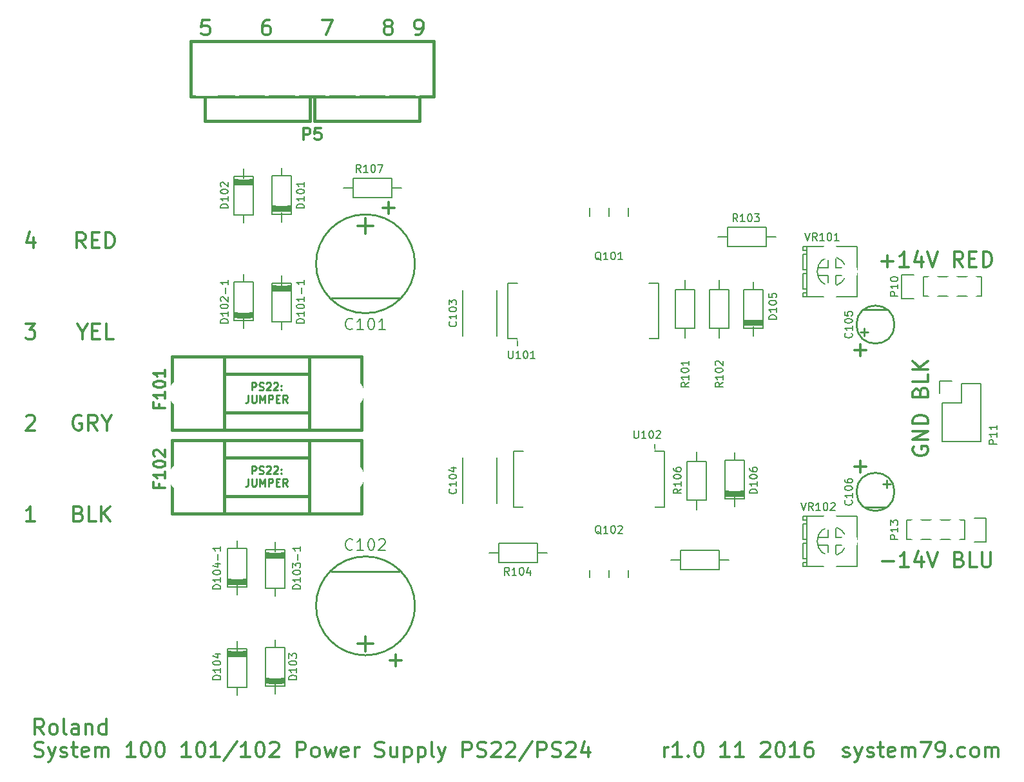
<source format=gto>
G04 #@! TF.FileFunction,Legend,Top*
%FSLAX46Y46*%
G04 Gerber Fmt 4.6, Leading zero omitted, Abs format (unit mm)*
G04 Created by KiCad (PCBNEW 4.0.2-stable) date 2016-11-14 9:45:43 PM*
%MOMM*%
G01*
G04 APERTURE LIST*
%ADD10C,0.200000*%
%ADD11C,0.300000*%
%ADD12C,0.250000*%
%ADD13C,0.350000*%
%ADD14C,0.150000*%
%ADD15C,0.381000*%
%ADD16C,0.203200*%
%ADD17C,0.800000*%
%ADD18C,0.304800*%
%ADD19C,3.500000*%
%ADD20R,1.900000X1.900000*%
%ADD21C,1.900000*%
%ADD22R,1.800000X1.800000*%
%ADD23C,1.800000*%
%ADD24O,2.900000X3.900000*%
%ADD25R,2.900000X3.900000*%
%ADD26R,2.127200X2.900000*%
%ADD27O,2.127200X2.900000*%
%ADD28R,2.400000X2.400000*%
%ADD29O,2.300000X2.300000*%
%ADD30O,2.400000X2.400000*%
%ADD31C,2.398980*%
%ADD32O,2.000000X2.000000*%
%ADD33C,2.178000*%
%ADD34R,2.398980X2.398980*%
%ADD35O,2.099260X3.900120*%
%ADD36C,4.400000*%
%ADD37R,50.400000X20.400000*%
%ADD38C,1.924000*%
%ADD39C,3.900120*%
%ADD40R,2.900000X2.900000*%
G04 APERTURE END LIST*
D10*
D11*
X65726191Y-132904762D02*
X65059524Y-131952381D01*
X64583333Y-132904762D02*
X64583333Y-130904762D01*
X65345238Y-130904762D01*
X65535714Y-131000000D01*
X65630953Y-131095238D01*
X65726191Y-131285714D01*
X65726191Y-131571429D01*
X65630953Y-131761905D01*
X65535714Y-131857143D01*
X65345238Y-131952381D01*
X64583333Y-131952381D01*
X66869048Y-132904762D02*
X66678572Y-132809524D01*
X66583333Y-132714286D01*
X66488095Y-132523810D01*
X66488095Y-131952381D01*
X66583333Y-131761905D01*
X66678572Y-131666667D01*
X66869048Y-131571429D01*
X67154762Y-131571429D01*
X67345238Y-131666667D01*
X67440476Y-131761905D01*
X67535714Y-131952381D01*
X67535714Y-132523810D01*
X67440476Y-132714286D01*
X67345238Y-132809524D01*
X67154762Y-132904762D01*
X66869048Y-132904762D01*
X68678572Y-132904762D02*
X68488096Y-132809524D01*
X68392857Y-132619048D01*
X68392857Y-130904762D01*
X70297619Y-132904762D02*
X70297619Y-131857143D01*
X70202381Y-131666667D01*
X70011905Y-131571429D01*
X69630953Y-131571429D01*
X69440476Y-131666667D01*
X70297619Y-132809524D02*
X70107143Y-132904762D01*
X69630953Y-132904762D01*
X69440476Y-132809524D01*
X69345238Y-132619048D01*
X69345238Y-132428571D01*
X69440476Y-132238095D01*
X69630953Y-132142857D01*
X70107143Y-132142857D01*
X70297619Y-132047619D01*
X71250000Y-131571429D02*
X71250000Y-132904762D01*
X71250000Y-131761905D02*
X71345239Y-131666667D01*
X71535715Y-131571429D01*
X71821429Y-131571429D01*
X72011905Y-131666667D01*
X72107143Y-131857143D01*
X72107143Y-132904762D01*
X73916667Y-132904762D02*
X73916667Y-130904762D01*
X73916667Y-132809524D02*
X73726191Y-132904762D01*
X73345239Y-132904762D01*
X73154763Y-132809524D01*
X73059524Y-132714286D01*
X72964286Y-132523810D01*
X72964286Y-131952381D01*
X73059524Y-131761905D01*
X73154763Y-131666667D01*
X73345239Y-131571429D01*
X73726191Y-131571429D01*
X73916667Y-131666667D01*
X172238095Y-97642857D02*
X173761905Y-97642857D01*
X173000000Y-98404762D02*
X173000000Y-96880952D01*
X172238095Y-82392857D02*
X173761905Y-82392857D01*
X173000000Y-83154762D02*
X173000000Y-81630952D01*
D12*
X93071429Y-98627381D02*
X93071429Y-97627381D01*
X93452382Y-97627381D01*
X93547620Y-97675000D01*
X93595239Y-97722619D01*
X93642858Y-97817857D01*
X93642858Y-97960714D01*
X93595239Y-98055952D01*
X93547620Y-98103571D01*
X93452382Y-98151190D01*
X93071429Y-98151190D01*
X94023810Y-98579762D02*
X94166667Y-98627381D01*
X94404763Y-98627381D01*
X94500001Y-98579762D01*
X94547620Y-98532143D01*
X94595239Y-98436905D01*
X94595239Y-98341667D01*
X94547620Y-98246429D01*
X94500001Y-98198810D01*
X94404763Y-98151190D01*
X94214286Y-98103571D01*
X94119048Y-98055952D01*
X94071429Y-98008333D01*
X94023810Y-97913095D01*
X94023810Y-97817857D01*
X94071429Y-97722619D01*
X94119048Y-97675000D01*
X94214286Y-97627381D01*
X94452382Y-97627381D01*
X94595239Y-97675000D01*
X94976191Y-97722619D02*
X95023810Y-97675000D01*
X95119048Y-97627381D01*
X95357144Y-97627381D01*
X95452382Y-97675000D01*
X95500001Y-97722619D01*
X95547620Y-97817857D01*
X95547620Y-97913095D01*
X95500001Y-98055952D01*
X94928572Y-98627381D01*
X95547620Y-98627381D01*
X95928572Y-97722619D02*
X95976191Y-97675000D01*
X96071429Y-97627381D01*
X96309525Y-97627381D01*
X96404763Y-97675000D01*
X96452382Y-97722619D01*
X96500001Y-97817857D01*
X96500001Y-97913095D01*
X96452382Y-98055952D01*
X95880953Y-98627381D01*
X96500001Y-98627381D01*
X96928572Y-98532143D02*
X96976191Y-98579762D01*
X96928572Y-98627381D01*
X96880953Y-98579762D01*
X96928572Y-98532143D01*
X96928572Y-98627381D01*
X96928572Y-98008333D02*
X96976191Y-98055952D01*
X96928572Y-98103571D01*
X96880953Y-98055952D01*
X96928572Y-98008333D01*
X96928572Y-98103571D01*
X92595239Y-99277381D02*
X92595239Y-99991667D01*
X92547619Y-100134524D01*
X92452381Y-100229762D01*
X92309524Y-100277381D01*
X92214286Y-100277381D01*
X93071429Y-99277381D02*
X93071429Y-100086905D01*
X93119048Y-100182143D01*
X93166667Y-100229762D01*
X93261905Y-100277381D01*
X93452382Y-100277381D01*
X93547620Y-100229762D01*
X93595239Y-100182143D01*
X93642858Y-100086905D01*
X93642858Y-99277381D01*
X94119048Y-100277381D02*
X94119048Y-99277381D01*
X94452382Y-99991667D01*
X94785715Y-99277381D01*
X94785715Y-100277381D01*
X95261905Y-100277381D02*
X95261905Y-99277381D01*
X95642858Y-99277381D01*
X95738096Y-99325000D01*
X95785715Y-99372619D01*
X95833334Y-99467857D01*
X95833334Y-99610714D01*
X95785715Y-99705952D01*
X95738096Y-99753571D01*
X95642858Y-99801190D01*
X95261905Y-99801190D01*
X96261905Y-99753571D02*
X96595239Y-99753571D01*
X96738096Y-100277381D02*
X96261905Y-100277381D01*
X96261905Y-99277381D01*
X96738096Y-99277381D01*
X97738096Y-100277381D02*
X97404762Y-99801190D01*
X97166667Y-100277381D02*
X97166667Y-99277381D01*
X97547620Y-99277381D01*
X97642858Y-99325000D01*
X97690477Y-99372619D01*
X97738096Y-99467857D01*
X97738096Y-99610714D01*
X97690477Y-99705952D01*
X97642858Y-99753571D01*
X97547620Y-99801190D01*
X97166667Y-99801190D01*
X93071429Y-87627381D02*
X93071429Y-86627381D01*
X93452382Y-86627381D01*
X93547620Y-86675000D01*
X93595239Y-86722619D01*
X93642858Y-86817857D01*
X93642858Y-86960714D01*
X93595239Y-87055952D01*
X93547620Y-87103571D01*
X93452382Y-87151190D01*
X93071429Y-87151190D01*
X94023810Y-87579762D02*
X94166667Y-87627381D01*
X94404763Y-87627381D01*
X94500001Y-87579762D01*
X94547620Y-87532143D01*
X94595239Y-87436905D01*
X94595239Y-87341667D01*
X94547620Y-87246429D01*
X94500001Y-87198810D01*
X94404763Y-87151190D01*
X94214286Y-87103571D01*
X94119048Y-87055952D01*
X94071429Y-87008333D01*
X94023810Y-86913095D01*
X94023810Y-86817857D01*
X94071429Y-86722619D01*
X94119048Y-86675000D01*
X94214286Y-86627381D01*
X94452382Y-86627381D01*
X94595239Y-86675000D01*
X94976191Y-86722619D02*
X95023810Y-86675000D01*
X95119048Y-86627381D01*
X95357144Y-86627381D01*
X95452382Y-86675000D01*
X95500001Y-86722619D01*
X95547620Y-86817857D01*
X95547620Y-86913095D01*
X95500001Y-87055952D01*
X94928572Y-87627381D01*
X95547620Y-87627381D01*
X95928572Y-86722619D02*
X95976191Y-86675000D01*
X96071429Y-86627381D01*
X96309525Y-86627381D01*
X96404763Y-86675000D01*
X96452382Y-86722619D01*
X96500001Y-86817857D01*
X96500001Y-86913095D01*
X96452382Y-87055952D01*
X95880953Y-87627381D01*
X96500001Y-87627381D01*
X96928572Y-87532143D02*
X96976191Y-87579762D01*
X96928572Y-87627381D01*
X96880953Y-87579762D01*
X96928572Y-87532143D01*
X96928572Y-87627381D01*
X96928572Y-87008333D02*
X96976191Y-87055952D01*
X96928572Y-87103571D01*
X96880953Y-87055952D01*
X96928572Y-87008333D01*
X96928572Y-87103571D01*
X92595239Y-88277381D02*
X92595239Y-88991667D01*
X92547619Y-89134524D01*
X92452381Y-89229762D01*
X92309524Y-89277381D01*
X92214286Y-89277381D01*
X93071429Y-88277381D02*
X93071429Y-89086905D01*
X93119048Y-89182143D01*
X93166667Y-89229762D01*
X93261905Y-89277381D01*
X93452382Y-89277381D01*
X93547620Y-89229762D01*
X93595239Y-89182143D01*
X93642858Y-89086905D01*
X93642858Y-88277381D01*
X94119048Y-89277381D02*
X94119048Y-88277381D01*
X94452382Y-88991667D01*
X94785715Y-88277381D01*
X94785715Y-89277381D01*
X95261905Y-89277381D02*
X95261905Y-88277381D01*
X95642858Y-88277381D01*
X95738096Y-88325000D01*
X95785715Y-88372619D01*
X95833334Y-88467857D01*
X95833334Y-88610714D01*
X95785715Y-88705952D01*
X95738096Y-88753571D01*
X95642858Y-88801190D01*
X95261905Y-88801190D01*
X96261905Y-88753571D02*
X96595239Y-88753571D01*
X96738096Y-89277381D02*
X96261905Y-89277381D01*
X96261905Y-88277381D01*
X96738096Y-88277381D01*
X97738096Y-89277381D02*
X97404762Y-88801190D01*
X97166667Y-89277381D02*
X97166667Y-88277381D01*
X97547620Y-88277381D01*
X97642858Y-88325000D01*
X97690477Y-88372619D01*
X97738096Y-88467857D01*
X97738096Y-88610714D01*
X97690477Y-88705952D01*
X97642858Y-88753571D01*
X97547620Y-88801190D01*
X97166667Y-88801190D01*
D11*
X147238094Y-135904762D02*
X147238094Y-134571429D01*
X147238094Y-134952381D02*
X147333333Y-134761905D01*
X147428571Y-134666667D01*
X147619047Y-134571429D01*
X147809523Y-134571429D01*
X149523809Y-135904762D02*
X148380951Y-135904762D01*
X148952380Y-135904762D02*
X148952380Y-133904762D01*
X148761904Y-134190476D01*
X148571428Y-134380952D01*
X148380951Y-134476190D01*
X150380951Y-135714286D02*
X150476190Y-135809524D01*
X150380951Y-135904762D01*
X150285713Y-135809524D01*
X150380951Y-135714286D01*
X150380951Y-135904762D01*
X151714285Y-133904762D02*
X151904761Y-133904762D01*
X152095237Y-134000000D01*
X152190475Y-134095238D01*
X152285713Y-134285714D01*
X152380952Y-134666667D01*
X152380952Y-135142857D01*
X152285713Y-135523810D01*
X152190475Y-135714286D01*
X152095237Y-135809524D01*
X151904761Y-135904762D01*
X151714285Y-135904762D01*
X151523809Y-135809524D01*
X151428571Y-135714286D01*
X151333332Y-135523810D01*
X151238094Y-135142857D01*
X151238094Y-134666667D01*
X151333332Y-134285714D01*
X151428571Y-134095238D01*
X151523809Y-134000000D01*
X151714285Y-133904762D01*
X155809524Y-135904762D02*
X154666666Y-135904762D01*
X155238095Y-135904762D02*
X155238095Y-133904762D01*
X155047619Y-134190476D01*
X154857143Y-134380952D01*
X154666666Y-134476190D01*
X157714286Y-135904762D02*
X156571428Y-135904762D01*
X157142857Y-135904762D02*
X157142857Y-133904762D01*
X156952381Y-134190476D01*
X156761905Y-134380952D01*
X156571428Y-134476190D01*
X160000000Y-134095238D02*
X160095238Y-134000000D01*
X160285715Y-133904762D01*
X160761905Y-133904762D01*
X160952381Y-134000000D01*
X161047619Y-134095238D01*
X161142858Y-134285714D01*
X161142858Y-134476190D01*
X161047619Y-134761905D01*
X159904762Y-135904762D01*
X161142858Y-135904762D01*
X162380953Y-133904762D02*
X162571429Y-133904762D01*
X162761905Y-134000000D01*
X162857143Y-134095238D01*
X162952381Y-134285714D01*
X163047620Y-134666667D01*
X163047620Y-135142857D01*
X162952381Y-135523810D01*
X162857143Y-135714286D01*
X162761905Y-135809524D01*
X162571429Y-135904762D01*
X162380953Y-135904762D01*
X162190477Y-135809524D01*
X162095239Y-135714286D01*
X162000000Y-135523810D01*
X161904762Y-135142857D01*
X161904762Y-134666667D01*
X162000000Y-134285714D01*
X162095239Y-134095238D01*
X162190477Y-134000000D01*
X162380953Y-133904762D01*
X164952382Y-135904762D02*
X163809524Y-135904762D01*
X164380953Y-135904762D02*
X164380953Y-133904762D01*
X164190477Y-134190476D01*
X164000001Y-134380952D01*
X163809524Y-134476190D01*
X166666667Y-133904762D02*
X166285715Y-133904762D01*
X166095239Y-134000000D01*
X166000001Y-134095238D01*
X165809524Y-134380952D01*
X165714286Y-134761905D01*
X165714286Y-135523810D01*
X165809524Y-135714286D01*
X165904763Y-135809524D01*
X166095239Y-135904762D01*
X166476191Y-135904762D01*
X166666667Y-135809524D01*
X166761905Y-135714286D01*
X166857144Y-135523810D01*
X166857144Y-135047619D01*
X166761905Y-134857143D01*
X166666667Y-134761905D01*
X166476191Y-134666667D01*
X166095239Y-134666667D01*
X165904763Y-134761905D01*
X165809524Y-134857143D01*
X165714286Y-135047619D01*
X111238095Y-123142857D02*
X112761905Y-123142857D01*
X112000000Y-123904762D02*
X112000000Y-122380952D01*
X110238095Y-63642857D02*
X111761905Y-63642857D01*
X111000000Y-64404762D02*
X111000000Y-62880952D01*
X64571429Y-104904762D02*
X63428571Y-104904762D01*
X64000000Y-104904762D02*
X64000000Y-102904762D01*
X63809524Y-103190476D01*
X63619048Y-103380952D01*
X63428571Y-103476190D01*
X63428571Y-91095238D02*
X63523809Y-91000000D01*
X63714286Y-90904762D01*
X64190476Y-90904762D01*
X64380952Y-91000000D01*
X64476190Y-91095238D01*
X64571429Y-91285714D01*
X64571429Y-91476190D01*
X64476190Y-91761905D01*
X63333333Y-92904762D01*
X64571429Y-92904762D01*
X63333333Y-78904762D02*
X64571429Y-78904762D01*
X63904762Y-79666667D01*
X64190476Y-79666667D01*
X64380952Y-79761905D01*
X64476190Y-79857143D01*
X64571429Y-80047619D01*
X64571429Y-80523810D01*
X64476190Y-80714286D01*
X64380952Y-80809524D01*
X64190476Y-80904762D01*
X63619048Y-80904762D01*
X63428571Y-80809524D01*
X63333333Y-80714286D01*
X64380952Y-67571429D02*
X64380952Y-68904762D01*
X63904762Y-66809524D02*
X63428571Y-68238095D01*
X64666667Y-68238095D01*
X114619048Y-40904762D02*
X115000000Y-40904762D01*
X115190476Y-40809524D01*
X115285714Y-40714286D01*
X115476190Y-40428571D01*
X115571429Y-40047619D01*
X115571429Y-39285714D01*
X115476190Y-39095238D01*
X115380952Y-39000000D01*
X115190476Y-38904762D01*
X114809524Y-38904762D01*
X114619048Y-39000000D01*
X114523809Y-39095238D01*
X114428571Y-39285714D01*
X114428571Y-39761905D01*
X114523809Y-39952381D01*
X114619048Y-40047619D01*
X114809524Y-40142857D01*
X115190476Y-40142857D01*
X115380952Y-40047619D01*
X115476190Y-39952381D01*
X115571429Y-39761905D01*
X110809524Y-39761905D02*
X110619048Y-39666667D01*
X110523809Y-39571429D01*
X110428571Y-39380952D01*
X110428571Y-39285714D01*
X110523809Y-39095238D01*
X110619048Y-39000000D01*
X110809524Y-38904762D01*
X111190476Y-38904762D01*
X111380952Y-39000000D01*
X111476190Y-39095238D01*
X111571429Y-39285714D01*
X111571429Y-39380952D01*
X111476190Y-39571429D01*
X111380952Y-39666667D01*
X111190476Y-39761905D01*
X110809524Y-39761905D01*
X110619048Y-39857143D01*
X110523809Y-39952381D01*
X110428571Y-40142857D01*
X110428571Y-40523810D01*
X110523809Y-40714286D01*
X110619048Y-40809524D01*
X110809524Y-40904762D01*
X111190476Y-40904762D01*
X111380952Y-40809524D01*
X111476190Y-40714286D01*
X111571429Y-40523810D01*
X111571429Y-40142857D01*
X111476190Y-39952381D01*
X111380952Y-39857143D01*
X111190476Y-39761905D01*
X102333333Y-38904762D02*
X103666667Y-38904762D01*
X102809524Y-40904762D01*
X95380952Y-38904762D02*
X95000000Y-38904762D01*
X94809524Y-39000000D01*
X94714286Y-39095238D01*
X94523809Y-39380952D01*
X94428571Y-39761905D01*
X94428571Y-40523810D01*
X94523809Y-40714286D01*
X94619048Y-40809524D01*
X94809524Y-40904762D01*
X95190476Y-40904762D01*
X95380952Y-40809524D01*
X95476190Y-40714286D01*
X95571429Y-40523810D01*
X95571429Y-40047619D01*
X95476190Y-39857143D01*
X95380952Y-39761905D01*
X95190476Y-39666667D01*
X94809524Y-39666667D01*
X94619048Y-39761905D01*
X94523809Y-39857143D01*
X94428571Y-40047619D01*
X87476190Y-38904762D02*
X86523809Y-38904762D01*
X86428571Y-39857143D01*
X86523809Y-39761905D01*
X86714286Y-39666667D01*
X87190476Y-39666667D01*
X87380952Y-39761905D01*
X87476190Y-39857143D01*
X87571429Y-40047619D01*
X87571429Y-40523810D01*
X87476190Y-40714286D01*
X87380952Y-40809524D01*
X87190476Y-40904762D01*
X86714286Y-40904762D01*
X86523809Y-40809524D01*
X86428571Y-40714286D01*
X70333333Y-103857143D02*
X70619047Y-103952381D01*
X70714286Y-104047619D01*
X70809524Y-104238095D01*
X70809524Y-104523810D01*
X70714286Y-104714286D01*
X70619047Y-104809524D01*
X70428571Y-104904762D01*
X69666666Y-104904762D01*
X69666666Y-102904762D01*
X70333333Y-102904762D01*
X70523809Y-103000000D01*
X70619047Y-103095238D01*
X70714286Y-103285714D01*
X70714286Y-103476190D01*
X70619047Y-103666667D01*
X70523809Y-103761905D01*
X70333333Y-103857143D01*
X69666666Y-103857143D01*
X72619047Y-104904762D02*
X71666666Y-104904762D01*
X71666666Y-102904762D01*
X73285714Y-104904762D02*
X73285714Y-102904762D01*
X74428572Y-104904762D02*
X73571429Y-103761905D01*
X74428572Y-102904762D02*
X73285714Y-104047619D01*
X70666667Y-91000000D02*
X70476190Y-90904762D01*
X70190476Y-90904762D01*
X69904762Y-91000000D01*
X69714286Y-91190476D01*
X69619047Y-91380952D01*
X69523809Y-91761905D01*
X69523809Y-92047619D01*
X69619047Y-92428571D01*
X69714286Y-92619048D01*
X69904762Y-92809524D01*
X70190476Y-92904762D01*
X70380952Y-92904762D01*
X70666667Y-92809524D01*
X70761905Y-92714286D01*
X70761905Y-92047619D01*
X70380952Y-92047619D01*
X72761905Y-92904762D02*
X72095238Y-91952381D01*
X71619047Y-92904762D02*
X71619047Y-90904762D01*
X72380952Y-90904762D01*
X72571428Y-91000000D01*
X72666667Y-91095238D01*
X72761905Y-91285714D01*
X72761905Y-91571429D01*
X72666667Y-91761905D01*
X72571428Y-91857143D01*
X72380952Y-91952381D01*
X71619047Y-91952381D01*
X74000000Y-91952381D02*
X74000000Y-92904762D01*
X73333333Y-90904762D02*
X74000000Y-91952381D01*
X74666667Y-90904762D01*
X70785714Y-79952381D02*
X70785714Y-80904762D01*
X70119047Y-78904762D02*
X70785714Y-79952381D01*
X71452381Y-78904762D01*
X72119047Y-79857143D02*
X72785714Y-79857143D01*
X73071428Y-80904762D02*
X72119047Y-80904762D01*
X72119047Y-78904762D01*
X73071428Y-78904762D01*
X74880952Y-80904762D02*
X73928571Y-80904762D01*
X73928571Y-78904762D01*
X71214286Y-68904762D02*
X70547619Y-67952381D01*
X70071428Y-68904762D02*
X70071428Y-66904762D01*
X70833333Y-66904762D01*
X71023809Y-67000000D01*
X71119048Y-67095238D01*
X71214286Y-67285714D01*
X71214286Y-67571429D01*
X71119048Y-67761905D01*
X71023809Y-67857143D01*
X70833333Y-67952381D01*
X70071428Y-67952381D01*
X72071428Y-67857143D02*
X72738095Y-67857143D01*
X73023809Y-68904762D02*
X72071428Y-68904762D01*
X72071428Y-66904762D01*
X73023809Y-66904762D01*
X73880952Y-68904762D02*
X73880952Y-66904762D01*
X74357143Y-66904762D01*
X74642857Y-67000000D01*
X74833333Y-67190476D01*
X74928572Y-67380952D01*
X75023810Y-67761905D01*
X75023810Y-68047619D01*
X74928572Y-68428571D01*
X74833333Y-68619048D01*
X74642857Y-68809524D01*
X74357143Y-68904762D01*
X73880952Y-68904762D01*
X180000000Y-95095238D02*
X179904762Y-95285715D01*
X179904762Y-95571429D01*
X180000000Y-95857143D01*
X180190476Y-96047619D01*
X180380952Y-96142858D01*
X180761905Y-96238096D01*
X181047619Y-96238096D01*
X181428571Y-96142858D01*
X181619048Y-96047619D01*
X181809524Y-95857143D01*
X181904762Y-95571429D01*
X181904762Y-95380953D01*
X181809524Y-95095238D01*
X181714286Y-95000000D01*
X181047619Y-95000000D01*
X181047619Y-95380953D01*
X181904762Y-94142858D02*
X179904762Y-94142858D01*
X181904762Y-93000000D01*
X179904762Y-93000000D01*
X181904762Y-92047620D02*
X179904762Y-92047620D01*
X179904762Y-91571429D01*
X180000000Y-91285715D01*
X180190476Y-91095239D01*
X180380952Y-91000000D01*
X180761905Y-90904762D01*
X181047619Y-90904762D01*
X181428571Y-91000000D01*
X181619048Y-91095239D01*
X181809524Y-91285715D01*
X181904762Y-91571429D01*
X181904762Y-92047620D01*
X180857143Y-87857143D02*
X180952381Y-87571429D01*
X181047619Y-87476190D01*
X181238095Y-87380952D01*
X181523810Y-87380952D01*
X181714286Y-87476190D01*
X181809524Y-87571429D01*
X181904762Y-87761905D01*
X181904762Y-88523810D01*
X179904762Y-88523810D01*
X179904762Y-87857143D01*
X180000000Y-87666667D01*
X180095238Y-87571429D01*
X180285714Y-87476190D01*
X180476190Y-87476190D01*
X180666667Y-87571429D01*
X180761905Y-87666667D01*
X180857143Y-87857143D01*
X180857143Y-88523810D01*
X181904762Y-85571429D02*
X181904762Y-86523810D01*
X179904762Y-86523810D01*
X181904762Y-84904762D02*
X179904762Y-84904762D01*
X181904762Y-83761904D02*
X180761905Y-84619047D01*
X179904762Y-83761904D02*
X181047619Y-84904762D01*
X175857142Y-110142857D02*
X177380952Y-110142857D01*
X179380952Y-110904762D02*
X178238094Y-110904762D01*
X178809523Y-110904762D02*
X178809523Y-108904762D01*
X178619047Y-109190476D01*
X178428571Y-109380952D01*
X178238094Y-109476190D01*
X181095237Y-109571429D02*
X181095237Y-110904762D01*
X180619047Y-108809524D02*
X180142856Y-110238095D01*
X181380952Y-110238095D01*
X181857142Y-108904762D02*
X182523809Y-110904762D01*
X183190476Y-108904762D01*
X186047619Y-109857143D02*
X186333333Y-109952381D01*
X186428572Y-110047619D01*
X186523810Y-110238095D01*
X186523810Y-110523810D01*
X186428572Y-110714286D01*
X186333333Y-110809524D01*
X186142857Y-110904762D01*
X185380952Y-110904762D01*
X185380952Y-108904762D01*
X186047619Y-108904762D01*
X186238095Y-109000000D01*
X186333333Y-109095238D01*
X186428572Y-109285714D01*
X186428572Y-109476190D01*
X186333333Y-109666667D01*
X186238095Y-109761905D01*
X186047619Y-109857143D01*
X185380952Y-109857143D01*
X188333333Y-110904762D02*
X187380952Y-110904762D01*
X187380952Y-108904762D01*
X189000000Y-108904762D02*
X189000000Y-110523810D01*
X189095239Y-110714286D01*
X189190477Y-110809524D01*
X189380953Y-110904762D01*
X189761905Y-110904762D01*
X189952381Y-110809524D01*
X190047620Y-110714286D01*
X190142858Y-110523810D01*
X190142858Y-108904762D01*
X175809523Y-70642857D02*
X177333333Y-70642857D01*
X176571428Y-71404762D02*
X176571428Y-69880952D01*
X179333333Y-71404762D02*
X178190475Y-71404762D01*
X178761904Y-71404762D02*
X178761904Y-69404762D01*
X178571428Y-69690476D01*
X178380952Y-69880952D01*
X178190475Y-69976190D01*
X181047618Y-70071429D02*
X181047618Y-71404762D01*
X180571428Y-69309524D02*
X180095237Y-70738095D01*
X181333333Y-70738095D01*
X181809523Y-69404762D02*
X182476190Y-71404762D01*
X183142857Y-69404762D01*
X186476191Y-71404762D02*
X185809524Y-70452381D01*
X185333333Y-71404762D02*
X185333333Y-69404762D01*
X186095238Y-69404762D01*
X186285714Y-69500000D01*
X186380953Y-69595238D01*
X186476191Y-69785714D01*
X186476191Y-70071429D01*
X186380953Y-70261905D01*
X186285714Y-70357143D01*
X186095238Y-70452381D01*
X185333333Y-70452381D01*
X187333333Y-70357143D02*
X188000000Y-70357143D01*
X188285714Y-71404762D02*
X187333333Y-71404762D01*
X187333333Y-69404762D01*
X188285714Y-69404762D01*
X189142857Y-71404762D02*
X189142857Y-69404762D01*
X189619048Y-69404762D01*
X189904762Y-69500000D01*
X190095238Y-69690476D01*
X190190477Y-69880952D01*
X190285715Y-70261905D01*
X190285715Y-70547619D01*
X190190477Y-70928571D01*
X190095238Y-71119048D01*
X189904762Y-71309524D01*
X189619048Y-71404762D01*
X189142857Y-71404762D01*
X170761903Y-135809524D02*
X170952380Y-135904762D01*
X171333332Y-135904762D01*
X171523808Y-135809524D01*
X171619046Y-135619048D01*
X171619046Y-135523810D01*
X171523808Y-135333333D01*
X171333332Y-135238095D01*
X171047618Y-135238095D01*
X170857141Y-135142857D01*
X170761903Y-134952381D01*
X170761903Y-134857143D01*
X170857141Y-134666667D01*
X171047618Y-134571429D01*
X171333332Y-134571429D01*
X171523808Y-134666667D01*
X172285713Y-134571429D02*
X172761904Y-135904762D01*
X173238094Y-134571429D02*
X172761904Y-135904762D01*
X172571428Y-136380952D01*
X172476189Y-136476190D01*
X172285713Y-136571429D01*
X173904761Y-135809524D02*
X174095238Y-135904762D01*
X174476190Y-135904762D01*
X174666666Y-135809524D01*
X174761904Y-135619048D01*
X174761904Y-135523810D01*
X174666666Y-135333333D01*
X174476190Y-135238095D01*
X174190476Y-135238095D01*
X173999999Y-135142857D01*
X173904761Y-134952381D01*
X173904761Y-134857143D01*
X173999999Y-134666667D01*
X174190476Y-134571429D01*
X174476190Y-134571429D01*
X174666666Y-134666667D01*
X175333333Y-134571429D02*
X176095238Y-134571429D01*
X175619047Y-133904762D02*
X175619047Y-135619048D01*
X175714286Y-135809524D01*
X175904762Y-135904762D01*
X176095238Y-135904762D01*
X177523809Y-135809524D02*
X177333333Y-135904762D01*
X176952381Y-135904762D01*
X176761904Y-135809524D01*
X176666666Y-135619048D01*
X176666666Y-134857143D01*
X176761904Y-134666667D01*
X176952381Y-134571429D01*
X177333333Y-134571429D01*
X177523809Y-134666667D01*
X177619047Y-134857143D01*
X177619047Y-135047619D01*
X176666666Y-135238095D01*
X178476190Y-135904762D02*
X178476190Y-134571429D01*
X178476190Y-134761905D02*
X178571429Y-134666667D01*
X178761905Y-134571429D01*
X179047619Y-134571429D01*
X179238095Y-134666667D01*
X179333333Y-134857143D01*
X179333333Y-135904762D01*
X179333333Y-134857143D02*
X179428571Y-134666667D01*
X179619048Y-134571429D01*
X179904762Y-134571429D01*
X180095238Y-134666667D01*
X180190476Y-134857143D01*
X180190476Y-135904762D01*
X180952381Y-133904762D02*
X182285715Y-133904762D01*
X181428572Y-135904762D01*
X183142858Y-135904762D02*
X183523810Y-135904762D01*
X183714286Y-135809524D01*
X183809524Y-135714286D01*
X184000000Y-135428571D01*
X184095239Y-135047619D01*
X184095239Y-134285714D01*
X184000000Y-134095238D01*
X183904762Y-134000000D01*
X183714286Y-133904762D01*
X183333334Y-133904762D01*
X183142858Y-134000000D01*
X183047619Y-134095238D01*
X182952381Y-134285714D01*
X182952381Y-134761905D01*
X183047619Y-134952381D01*
X183142858Y-135047619D01*
X183333334Y-135142857D01*
X183714286Y-135142857D01*
X183904762Y-135047619D01*
X184000000Y-134952381D01*
X184095239Y-134761905D01*
X184952381Y-135714286D02*
X185047620Y-135809524D01*
X184952381Y-135904762D01*
X184857143Y-135809524D01*
X184952381Y-135714286D01*
X184952381Y-135904762D01*
X186761905Y-135809524D02*
X186571429Y-135904762D01*
X186190477Y-135904762D01*
X186000001Y-135809524D01*
X185904762Y-135714286D01*
X185809524Y-135523810D01*
X185809524Y-134952381D01*
X185904762Y-134761905D01*
X186000001Y-134666667D01*
X186190477Y-134571429D01*
X186571429Y-134571429D01*
X186761905Y-134666667D01*
X187904763Y-135904762D02*
X187714287Y-135809524D01*
X187619048Y-135714286D01*
X187523810Y-135523810D01*
X187523810Y-134952381D01*
X187619048Y-134761905D01*
X187714287Y-134666667D01*
X187904763Y-134571429D01*
X188190477Y-134571429D01*
X188380953Y-134666667D01*
X188476191Y-134761905D01*
X188571429Y-134952381D01*
X188571429Y-135523810D01*
X188476191Y-135714286D01*
X188380953Y-135809524D01*
X188190477Y-135904762D01*
X187904763Y-135904762D01*
X189428572Y-135904762D02*
X189428572Y-134571429D01*
X189428572Y-134761905D02*
X189523811Y-134666667D01*
X189714287Y-134571429D01*
X190000001Y-134571429D01*
X190190477Y-134666667D01*
X190285715Y-134857143D01*
X190285715Y-135904762D01*
X190285715Y-134857143D02*
X190380953Y-134666667D01*
X190571430Y-134571429D01*
X190857144Y-134571429D01*
X191047620Y-134666667D01*
X191142858Y-134857143D01*
X191142858Y-135904762D01*
X64523806Y-135809524D02*
X64809521Y-135904762D01*
X65285711Y-135904762D01*
X65476187Y-135809524D01*
X65571425Y-135714286D01*
X65666664Y-135523810D01*
X65666664Y-135333333D01*
X65571425Y-135142857D01*
X65476187Y-135047619D01*
X65285711Y-134952381D01*
X64904759Y-134857143D01*
X64714283Y-134761905D01*
X64619044Y-134666667D01*
X64523806Y-134476190D01*
X64523806Y-134285714D01*
X64619044Y-134095238D01*
X64714283Y-134000000D01*
X64904759Y-133904762D01*
X65380949Y-133904762D01*
X65666664Y-134000000D01*
X66333330Y-134571429D02*
X66809521Y-135904762D01*
X67285711Y-134571429D02*
X66809521Y-135904762D01*
X66619045Y-136380952D01*
X66523806Y-136476190D01*
X66333330Y-136571429D01*
X67952378Y-135809524D02*
X68142855Y-135904762D01*
X68523807Y-135904762D01*
X68714283Y-135809524D01*
X68809521Y-135619048D01*
X68809521Y-135523810D01*
X68714283Y-135333333D01*
X68523807Y-135238095D01*
X68238093Y-135238095D01*
X68047616Y-135142857D01*
X67952378Y-134952381D01*
X67952378Y-134857143D01*
X68047616Y-134666667D01*
X68238093Y-134571429D01*
X68523807Y-134571429D01*
X68714283Y-134666667D01*
X69380950Y-134571429D02*
X70142855Y-134571429D01*
X69666664Y-133904762D02*
X69666664Y-135619048D01*
X69761903Y-135809524D01*
X69952379Y-135904762D01*
X70142855Y-135904762D01*
X71571426Y-135809524D02*
X71380950Y-135904762D01*
X70999998Y-135904762D01*
X70809521Y-135809524D01*
X70714283Y-135619048D01*
X70714283Y-134857143D01*
X70809521Y-134666667D01*
X70999998Y-134571429D01*
X71380950Y-134571429D01*
X71571426Y-134666667D01*
X71666664Y-134857143D01*
X71666664Y-135047619D01*
X70714283Y-135238095D01*
X72523807Y-135904762D02*
X72523807Y-134571429D01*
X72523807Y-134761905D02*
X72619046Y-134666667D01*
X72809522Y-134571429D01*
X73095236Y-134571429D01*
X73285712Y-134666667D01*
X73380950Y-134857143D01*
X73380950Y-135904762D01*
X73380950Y-134857143D02*
X73476188Y-134666667D01*
X73666665Y-134571429D01*
X73952379Y-134571429D01*
X74142855Y-134666667D01*
X74238093Y-134857143D01*
X74238093Y-135904762D01*
X77761904Y-135904762D02*
X76619046Y-135904762D01*
X77190475Y-135904762D02*
X77190475Y-133904762D01*
X76999999Y-134190476D01*
X76809523Y-134380952D01*
X76619046Y-134476190D01*
X78999999Y-133904762D02*
X79190475Y-133904762D01*
X79380951Y-134000000D01*
X79476189Y-134095238D01*
X79571427Y-134285714D01*
X79666666Y-134666667D01*
X79666666Y-135142857D01*
X79571427Y-135523810D01*
X79476189Y-135714286D01*
X79380951Y-135809524D01*
X79190475Y-135904762D01*
X78999999Y-135904762D01*
X78809523Y-135809524D01*
X78714285Y-135714286D01*
X78619046Y-135523810D01*
X78523808Y-135142857D01*
X78523808Y-134666667D01*
X78619046Y-134285714D01*
X78714285Y-134095238D01*
X78809523Y-134000000D01*
X78999999Y-133904762D01*
X80904761Y-133904762D02*
X81095237Y-133904762D01*
X81285713Y-134000000D01*
X81380951Y-134095238D01*
X81476189Y-134285714D01*
X81571428Y-134666667D01*
X81571428Y-135142857D01*
X81476189Y-135523810D01*
X81380951Y-135714286D01*
X81285713Y-135809524D01*
X81095237Y-135904762D01*
X80904761Y-135904762D01*
X80714285Y-135809524D01*
X80619047Y-135714286D01*
X80523808Y-135523810D01*
X80428570Y-135142857D01*
X80428570Y-134666667D01*
X80523808Y-134285714D01*
X80619047Y-134095238D01*
X80714285Y-134000000D01*
X80904761Y-133904762D01*
X85000000Y-135904762D02*
X83857142Y-135904762D01*
X84428571Y-135904762D02*
X84428571Y-133904762D01*
X84238095Y-134190476D01*
X84047619Y-134380952D01*
X83857142Y-134476190D01*
X86238095Y-133904762D02*
X86428571Y-133904762D01*
X86619047Y-134000000D01*
X86714285Y-134095238D01*
X86809523Y-134285714D01*
X86904762Y-134666667D01*
X86904762Y-135142857D01*
X86809523Y-135523810D01*
X86714285Y-135714286D01*
X86619047Y-135809524D01*
X86428571Y-135904762D01*
X86238095Y-135904762D01*
X86047619Y-135809524D01*
X85952381Y-135714286D01*
X85857142Y-135523810D01*
X85761904Y-135142857D01*
X85761904Y-134666667D01*
X85857142Y-134285714D01*
X85952381Y-134095238D01*
X86047619Y-134000000D01*
X86238095Y-133904762D01*
X88809524Y-135904762D02*
X87666666Y-135904762D01*
X88238095Y-135904762D02*
X88238095Y-133904762D01*
X88047619Y-134190476D01*
X87857143Y-134380952D01*
X87666666Y-134476190D01*
X91095238Y-133809524D02*
X89380952Y-136380952D01*
X92809524Y-135904762D02*
X91666666Y-135904762D01*
X92238095Y-135904762D02*
X92238095Y-133904762D01*
X92047619Y-134190476D01*
X91857143Y-134380952D01*
X91666666Y-134476190D01*
X94047619Y-133904762D02*
X94238095Y-133904762D01*
X94428571Y-134000000D01*
X94523809Y-134095238D01*
X94619047Y-134285714D01*
X94714286Y-134666667D01*
X94714286Y-135142857D01*
X94619047Y-135523810D01*
X94523809Y-135714286D01*
X94428571Y-135809524D01*
X94238095Y-135904762D01*
X94047619Y-135904762D01*
X93857143Y-135809524D01*
X93761905Y-135714286D01*
X93666666Y-135523810D01*
X93571428Y-135142857D01*
X93571428Y-134666667D01*
X93666666Y-134285714D01*
X93761905Y-134095238D01*
X93857143Y-134000000D01*
X94047619Y-133904762D01*
X95476190Y-134095238D02*
X95571428Y-134000000D01*
X95761905Y-133904762D01*
X96238095Y-133904762D01*
X96428571Y-134000000D01*
X96523809Y-134095238D01*
X96619048Y-134285714D01*
X96619048Y-134476190D01*
X96523809Y-134761905D01*
X95380952Y-135904762D01*
X96619048Y-135904762D01*
X99000000Y-135904762D02*
X99000000Y-133904762D01*
X99761905Y-133904762D01*
X99952381Y-134000000D01*
X100047620Y-134095238D01*
X100142858Y-134285714D01*
X100142858Y-134571429D01*
X100047620Y-134761905D01*
X99952381Y-134857143D01*
X99761905Y-134952381D01*
X99000000Y-134952381D01*
X101285715Y-135904762D02*
X101095239Y-135809524D01*
X101000000Y-135714286D01*
X100904762Y-135523810D01*
X100904762Y-134952381D01*
X101000000Y-134761905D01*
X101095239Y-134666667D01*
X101285715Y-134571429D01*
X101571429Y-134571429D01*
X101761905Y-134666667D01*
X101857143Y-134761905D01*
X101952381Y-134952381D01*
X101952381Y-135523810D01*
X101857143Y-135714286D01*
X101761905Y-135809524D01*
X101571429Y-135904762D01*
X101285715Y-135904762D01*
X102619048Y-134571429D02*
X103000001Y-135904762D01*
X103380953Y-134952381D01*
X103761905Y-135904762D01*
X104142858Y-134571429D01*
X105666667Y-135809524D02*
X105476191Y-135904762D01*
X105095239Y-135904762D01*
X104904762Y-135809524D01*
X104809524Y-135619048D01*
X104809524Y-134857143D01*
X104904762Y-134666667D01*
X105095239Y-134571429D01*
X105476191Y-134571429D01*
X105666667Y-134666667D01*
X105761905Y-134857143D01*
X105761905Y-135047619D01*
X104809524Y-135238095D01*
X106619048Y-135904762D02*
X106619048Y-134571429D01*
X106619048Y-134952381D02*
X106714287Y-134761905D01*
X106809525Y-134666667D01*
X107000001Y-134571429D01*
X107190477Y-134571429D01*
X109285715Y-135809524D02*
X109571430Y-135904762D01*
X110047620Y-135904762D01*
X110238096Y-135809524D01*
X110333334Y-135714286D01*
X110428573Y-135523810D01*
X110428573Y-135333333D01*
X110333334Y-135142857D01*
X110238096Y-135047619D01*
X110047620Y-134952381D01*
X109666668Y-134857143D01*
X109476192Y-134761905D01*
X109380953Y-134666667D01*
X109285715Y-134476190D01*
X109285715Y-134285714D01*
X109380953Y-134095238D01*
X109476192Y-134000000D01*
X109666668Y-133904762D01*
X110142858Y-133904762D01*
X110428573Y-134000000D01*
X112142858Y-134571429D02*
X112142858Y-135904762D01*
X111285715Y-134571429D02*
X111285715Y-135619048D01*
X111380954Y-135809524D01*
X111571430Y-135904762D01*
X111857144Y-135904762D01*
X112047620Y-135809524D01*
X112142858Y-135714286D01*
X113095239Y-134571429D02*
X113095239Y-136571429D01*
X113095239Y-134666667D02*
X113285716Y-134571429D01*
X113666668Y-134571429D01*
X113857144Y-134666667D01*
X113952382Y-134761905D01*
X114047620Y-134952381D01*
X114047620Y-135523810D01*
X113952382Y-135714286D01*
X113857144Y-135809524D01*
X113666668Y-135904762D01*
X113285716Y-135904762D01*
X113095239Y-135809524D01*
X114904763Y-134571429D02*
X114904763Y-136571429D01*
X114904763Y-134666667D02*
X115095240Y-134571429D01*
X115476192Y-134571429D01*
X115666668Y-134666667D01*
X115761906Y-134761905D01*
X115857144Y-134952381D01*
X115857144Y-135523810D01*
X115761906Y-135714286D01*
X115666668Y-135809524D01*
X115476192Y-135904762D01*
X115095240Y-135904762D01*
X114904763Y-135809524D01*
X117000002Y-135904762D02*
X116809526Y-135809524D01*
X116714287Y-135619048D01*
X116714287Y-133904762D01*
X117571430Y-134571429D02*
X118047621Y-135904762D01*
X118523811Y-134571429D02*
X118047621Y-135904762D01*
X117857145Y-136380952D01*
X117761906Y-136476190D01*
X117571430Y-136571429D01*
X120809526Y-135904762D02*
X120809526Y-133904762D01*
X121571431Y-133904762D01*
X121761907Y-134000000D01*
X121857146Y-134095238D01*
X121952384Y-134285714D01*
X121952384Y-134571429D01*
X121857146Y-134761905D01*
X121761907Y-134857143D01*
X121571431Y-134952381D01*
X120809526Y-134952381D01*
X122714288Y-135809524D02*
X123000003Y-135904762D01*
X123476193Y-135904762D01*
X123666669Y-135809524D01*
X123761907Y-135714286D01*
X123857146Y-135523810D01*
X123857146Y-135333333D01*
X123761907Y-135142857D01*
X123666669Y-135047619D01*
X123476193Y-134952381D01*
X123095241Y-134857143D01*
X122904765Y-134761905D01*
X122809526Y-134666667D01*
X122714288Y-134476190D01*
X122714288Y-134285714D01*
X122809526Y-134095238D01*
X122904765Y-134000000D01*
X123095241Y-133904762D01*
X123571431Y-133904762D01*
X123857146Y-134000000D01*
X124619050Y-134095238D02*
X124714288Y-134000000D01*
X124904765Y-133904762D01*
X125380955Y-133904762D01*
X125571431Y-134000000D01*
X125666669Y-134095238D01*
X125761908Y-134285714D01*
X125761908Y-134476190D01*
X125666669Y-134761905D01*
X124523812Y-135904762D01*
X125761908Y-135904762D01*
X126523812Y-134095238D02*
X126619050Y-134000000D01*
X126809527Y-133904762D01*
X127285717Y-133904762D01*
X127476193Y-134000000D01*
X127571431Y-134095238D01*
X127666670Y-134285714D01*
X127666670Y-134476190D01*
X127571431Y-134761905D01*
X126428574Y-135904762D01*
X127666670Y-135904762D01*
X129952384Y-133809524D02*
X128238098Y-136380952D01*
X130619050Y-135904762D02*
X130619050Y-133904762D01*
X131380955Y-133904762D01*
X131571431Y-134000000D01*
X131666670Y-134095238D01*
X131761908Y-134285714D01*
X131761908Y-134571429D01*
X131666670Y-134761905D01*
X131571431Y-134857143D01*
X131380955Y-134952381D01*
X130619050Y-134952381D01*
X132523812Y-135809524D02*
X132809527Y-135904762D01*
X133285717Y-135904762D01*
X133476193Y-135809524D01*
X133571431Y-135714286D01*
X133666670Y-135523810D01*
X133666670Y-135333333D01*
X133571431Y-135142857D01*
X133476193Y-135047619D01*
X133285717Y-134952381D01*
X132904765Y-134857143D01*
X132714289Y-134761905D01*
X132619050Y-134666667D01*
X132523812Y-134476190D01*
X132523812Y-134285714D01*
X132619050Y-134095238D01*
X132714289Y-134000000D01*
X132904765Y-133904762D01*
X133380955Y-133904762D01*
X133666670Y-134000000D01*
X134428574Y-134095238D02*
X134523812Y-134000000D01*
X134714289Y-133904762D01*
X135190479Y-133904762D01*
X135380955Y-134000000D01*
X135476193Y-134095238D01*
X135571432Y-134285714D01*
X135571432Y-134476190D01*
X135476193Y-134761905D01*
X134333336Y-135904762D01*
X135571432Y-135904762D01*
X137285717Y-134571429D02*
X137285717Y-135904762D01*
X136809527Y-133809524D02*
X136333336Y-135238095D01*
X137571432Y-135238095D01*
D13*
X108000000Y-67000000D02*
X108000000Y-65000000D01*
X109000000Y-66000000D02*
X107000000Y-66000000D01*
D12*
X112500000Y-75500000D02*
X103500000Y-75500000D01*
X114500000Y-71000000D02*
G75*
G03X114500000Y-71000000I-6500000J0D01*
G01*
D13*
X108000000Y-120000000D02*
X108000000Y-122000000D01*
X107000000Y-121000000D02*
X109000000Y-121000000D01*
D12*
X103500000Y-111500000D02*
X112500000Y-111500000D01*
X114500000Y-116000000D02*
G75*
G03X114500000Y-116000000I-6500000J0D01*
G01*
D14*
X120750000Y-80500000D02*
X120750000Y-74500000D01*
X125250000Y-74500000D02*
X125250000Y-80500000D01*
X125250000Y-96500000D02*
X125250000Y-102500000D01*
X120750000Y-102500000D02*
X120750000Y-96500000D01*
D12*
X173500000Y-79500000D02*
X173500000Y-80500000D01*
X173000000Y-80000000D02*
X174000000Y-80000000D01*
X173500000Y-77000000D02*
X176500000Y-77000000D01*
X177500000Y-79000000D02*
G75*
G03X177500000Y-79000000I-2500000J0D01*
G01*
X176500000Y-100500000D02*
X176500000Y-99500000D01*
X177000000Y-100000000D02*
X176000000Y-100000000D01*
X176500000Y-103000000D02*
X173500000Y-103000000D01*
X177500000Y-101000000D02*
G75*
G03X177500000Y-101000000I-2500000J0D01*
G01*
D15*
X101300000Y-52200000D02*
X115100000Y-52200000D01*
X100700000Y-49000000D02*
X100700000Y-52200000D01*
X101300000Y-49000000D02*
X101300000Y-52200000D01*
X115100000Y-49000000D02*
X115100000Y-52200000D01*
X100700000Y-52200000D02*
X86900000Y-52200000D01*
X86900000Y-52200000D02*
X86900000Y-49000000D01*
X117000000Y-41700000D02*
X85000000Y-41700000D01*
X117000000Y-49000000D02*
X85000000Y-49000000D01*
X85000000Y-49000000D02*
X85000000Y-41700000D01*
X117000000Y-41700000D02*
X117000000Y-49000000D01*
D14*
X181270000Y-75270000D02*
X188890000Y-75270000D01*
X181270000Y-72730000D02*
X188890000Y-72730000D01*
X178450000Y-72450000D02*
X180000000Y-72450000D01*
X188890000Y-75270000D02*
X188890000Y-72730000D01*
X181270000Y-72730000D02*
X181270000Y-75270000D01*
X180000000Y-75550000D02*
X178450000Y-75550000D01*
X178450000Y-75550000D02*
X178450000Y-72450000D01*
X183730000Y-89270000D02*
X183730000Y-94350000D01*
X183450000Y-86450000D02*
X185000000Y-86450000D01*
X186270000Y-86730000D02*
X186270000Y-89270000D01*
X186270000Y-89270000D02*
X183730000Y-89270000D01*
X183730000Y-94350000D02*
X188810000Y-94350000D01*
X188810000Y-94350000D02*
X188810000Y-89270000D01*
X183450000Y-86450000D02*
X183450000Y-88000000D01*
X188810000Y-86730000D02*
X186270000Y-86730000D01*
X188810000Y-89270000D02*
X188810000Y-86730000D01*
X186730000Y-104730000D02*
X179110000Y-104730000D01*
X186730000Y-107270000D02*
X179110000Y-107270000D01*
X189550000Y-107550000D02*
X188000000Y-107550000D01*
X179110000Y-104730000D02*
X179110000Y-107270000D01*
X186730000Y-107270000D02*
X186730000Y-104730000D01*
X188000000Y-104450000D02*
X189550000Y-104450000D01*
X189550000Y-104450000D02*
X189550000Y-107550000D01*
X148730000Y-79460000D02*
X148730000Y-74380000D01*
X148730000Y-74380000D02*
X151270000Y-74380000D01*
X151270000Y-74380000D02*
X151270000Y-79460000D01*
X151270000Y-79460000D02*
X148730000Y-79460000D01*
X150000000Y-79460000D02*
X150000000Y-80730000D01*
X150000000Y-74380000D02*
X150000000Y-73110000D01*
X155770000Y-74380000D02*
X155770000Y-79460000D01*
X155770000Y-79460000D02*
X153230000Y-79460000D01*
X153230000Y-79460000D02*
X153230000Y-74380000D01*
X153230000Y-74380000D02*
X155770000Y-74380000D01*
X154500000Y-74380000D02*
X154500000Y-73110000D01*
X154500000Y-79460000D02*
X154500000Y-80730000D01*
X155540000Y-66230000D02*
X160620000Y-66230000D01*
X160620000Y-66230000D02*
X160620000Y-68770000D01*
X160620000Y-68770000D02*
X155540000Y-68770000D01*
X155540000Y-68770000D02*
X155540000Y-66230000D01*
X155540000Y-67500000D02*
X154270000Y-67500000D01*
X160620000Y-67500000D02*
X161890000Y-67500000D01*
X125540000Y-107730000D02*
X130620000Y-107730000D01*
X130620000Y-107730000D02*
X130620000Y-110270000D01*
X130620000Y-110270000D02*
X125540000Y-110270000D01*
X125540000Y-110270000D02*
X125540000Y-107730000D01*
X125540000Y-109000000D02*
X124270000Y-109000000D01*
X130620000Y-109000000D02*
X131890000Y-109000000D01*
X154460000Y-111270000D02*
X149380000Y-111270000D01*
X149380000Y-111270000D02*
X149380000Y-108730000D01*
X149380000Y-108730000D02*
X154460000Y-108730000D01*
X154460000Y-108730000D02*
X154460000Y-111270000D01*
X154460000Y-110000000D02*
X155730000Y-110000000D01*
X149380000Y-110000000D02*
X148110000Y-110000000D01*
X152770000Y-97040000D02*
X152770000Y-102120000D01*
X152770000Y-102120000D02*
X150230000Y-102120000D01*
X150230000Y-102120000D02*
X150230000Y-97040000D01*
X150230000Y-97040000D02*
X152770000Y-97040000D01*
X151500000Y-97040000D02*
X151500000Y-95770000D01*
X151500000Y-102120000D02*
X151500000Y-103390000D01*
X111460000Y-62270000D02*
X106380000Y-62270000D01*
X106380000Y-62270000D02*
X106380000Y-59730000D01*
X106380000Y-59730000D02*
X111460000Y-59730000D01*
X111460000Y-59730000D02*
X111460000Y-62270000D01*
X111460000Y-61000000D02*
X112730000Y-61000000D01*
X106380000Y-61000000D02*
X105110000Y-61000000D01*
X126705000Y-80865000D02*
X127975000Y-80865000D01*
X126705000Y-73515000D02*
X127975000Y-73515000D01*
X146535000Y-73515000D02*
X145265000Y-73515000D01*
X146535000Y-80865000D02*
X145265000Y-80865000D01*
X126705000Y-80865000D02*
X126705000Y-73515000D01*
X146535000Y-80865000D02*
X146535000Y-73515000D01*
X127975000Y-80865000D02*
X127975000Y-81800000D01*
X147295000Y-95635000D02*
X146025000Y-95635000D01*
X147295000Y-102985000D02*
X146025000Y-102985000D01*
X127465000Y-102985000D02*
X128735000Y-102985000D01*
X127465000Y-95635000D02*
X128735000Y-95635000D01*
X147295000Y-95635000D02*
X147295000Y-102985000D01*
X127465000Y-95635000D02*
X127465000Y-102985000D01*
X146025000Y-95635000D02*
X146025000Y-94700000D01*
D16*
X165952000Y-69206000D02*
X165444000Y-69206000D01*
X165444000Y-69206000D02*
X165444000Y-68698000D01*
X165444000Y-68698000D02*
X165952000Y-68698000D01*
X165952000Y-71746000D02*
X165444000Y-71746000D01*
X165444000Y-71746000D02*
X165444000Y-69714000D01*
X165444000Y-69714000D02*
X165952000Y-69714000D01*
X165952000Y-74286000D02*
X165444000Y-74286000D01*
X165444000Y-74286000D02*
X165444000Y-72254000D01*
X165444000Y-72254000D02*
X165952000Y-72254000D01*
X165952000Y-75302000D02*
X165444000Y-75302000D01*
X165444000Y-75302000D02*
X165444000Y-74794000D01*
X165444000Y-74794000D02*
X165952000Y-74794000D01*
X172556000Y-75302000D02*
X165952000Y-75302000D01*
X165952000Y-75302000D02*
X165952000Y-68698000D01*
X165952000Y-68698000D02*
X172556000Y-68698000D01*
X172556000Y-68698000D02*
X172556000Y-75302000D01*
X167476000Y-71492000D02*
X168746000Y-71492000D01*
X168746000Y-71492000D02*
X168746000Y-70222000D01*
X168746000Y-73778000D02*
X168746000Y-72508000D01*
X168746000Y-72508000D02*
X167476000Y-72508000D01*
X171032000Y-72508000D02*
X169762000Y-72508000D01*
X169762000Y-72508000D02*
X169762000Y-73778000D01*
X169762000Y-70222000D02*
X169762000Y-71492000D01*
X169762000Y-71492000D02*
X171032000Y-71492000D01*
X171159000Y-72000000D02*
G75*
G03X171159000Y-72000000I-1905000J0D01*
G01*
X165952000Y-104706000D02*
X165444000Y-104706000D01*
X165444000Y-104706000D02*
X165444000Y-104198000D01*
X165444000Y-104198000D02*
X165952000Y-104198000D01*
X165952000Y-107246000D02*
X165444000Y-107246000D01*
X165444000Y-107246000D02*
X165444000Y-105214000D01*
X165444000Y-105214000D02*
X165952000Y-105214000D01*
X165952000Y-109786000D02*
X165444000Y-109786000D01*
X165444000Y-109786000D02*
X165444000Y-107754000D01*
X165444000Y-107754000D02*
X165952000Y-107754000D01*
X165952000Y-110802000D02*
X165444000Y-110802000D01*
X165444000Y-110802000D02*
X165444000Y-110294000D01*
X165444000Y-110294000D02*
X165952000Y-110294000D01*
X172556000Y-110802000D02*
X165952000Y-110802000D01*
X165952000Y-110802000D02*
X165952000Y-104198000D01*
X165952000Y-104198000D02*
X172556000Y-104198000D01*
X172556000Y-104198000D02*
X172556000Y-110802000D01*
X167476000Y-106992000D02*
X168746000Y-106992000D01*
X168746000Y-106992000D02*
X168746000Y-105722000D01*
X168746000Y-109278000D02*
X168746000Y-108008000D01*
X168746000Y-108008000D02*
X167476000Y-108008000D01*
X171032000Y-108008000D02*
X169762000Y-108008000D01*
X169762000Y-108008000D02*
X169762000Y-109278000D01*
X169762000Y-105722000D02*
X169762000Y-106992000D01*
X169762000Y-106992000D02*
X171032000Y-106992000D01*
X171159000Y-107500000D02*
G75*
G03X171159000Y-107500000I-1905000J0D01*
G01*
D14*
X95900000Y-64050000D02*
X95900000Y-63450000D01*
X95800000Y-64075000D02*
X95800000Y-63450000D01*
X96250000Y-63425000D02*
X95775000Y-63425000D01*
X96250000Y-64075000D02*
X95775000Y-64075000D01*
X98175000Y-64050000D02*
X98175000Y-63475000D01*
X98075000Y-64025000D02*
X98075000Y-63525000D01*
X97725000Y-63425000D02*
X98250000Y-63425000D01*
X97725000Y-64075000D02*
X98200000Y-64075000D01*
D17*
X96250000Y-63750000D02*
X97750000Y-63750000D01*
D14*
X96997460Y-59380000D02*
X96997460Y-58364000D01*
X96997460Y-64206000D02*
X96997460Y-65476000D01*
X98267460Y-64460000D02*
X95727460Y-64460000D01*
X95727460Y-64460000D02*
X95727460Y-59380000D01*
X95727460Y-59380000D02*
X98267460Y-59380000D01*
X98267460Y-59380000D02*
X98267460Y-64460000D01*
X98100000Y-73950000D02*
X98100000Y-74550000D01*
X98200000Y-73925000D02*
X98200000Y-74550000D01*
X97750000Y-74575000D02*
X98225000Y-74575000D01*
X97750000Y-73925000D02*
X98225000Y-73925000D01*
X95825000Y-73950000D02*
X95825000Y-74525000D01*
X95925000Y-73975000D02*
X95925000Y-74475000D01*
X96275000Y-74575000D02*
X95750000Y-74575000D01*
X96275000Y-73925000D02*
X95800000Y-73925000D01*
D17*
X97750000Y-74250000D02*
X96250000Y-74250000D01*
D14*
X97002540Y-78620000D02*
X97002540Y-79636000D01*
X97002540Y-73794000D02*
X97002540Y-72524000D01*
X95732540Y-73540000D02*
X98272540Y-73540000D01*
X98272540Y-73540000D02*
X98272540Y-78620000D01*
X98272540Y-78620000D02*
X95732540Y-78620000D01*
X95732540Y-78620000D02*
X95732540Y-73540000D01*
X93100000Y-59950000D02*
X93100000Y-60550000D01*
X93200000Y-59925000D02*
X93200000Y-60550000D01*
X92750000Y-60575000D02*
X93225000Y-60575000D01*
X92750000Y-59925000D02*
X93225000Y-59925000D01*
X90825000Y-59950000D02*
X90825000Y-60525000D01*
X90925000Y-59975000D02*
X90925000Y-60475000D01*
X91275000Y-60575000D02*
X90750000Y-60575000D01*
X91275000Y-59925000D02*
X90800000Y-59925000D01*
D17*
X92750000Y-60250000D02*
X91250000Y-60250000D01*
D14*
X92002540Y-64620000D02*
X92002540Y-65636000D01*
X92002540Y-59794000D02*
X92002540Y-58524000D01*
X90732540Y-59540000D02*
X93272540Y-59540000D01*
X93272540Y-59540000D02*
X93272540Y-64620000D01*
X93272540Y-64620000D02*
X90732540Y-64620000D01*
X90732540Y-64620000D02*
X90732540Y-59540000D01*
X90900000Y-78050000D02*
X90900000Y-77450000D01*
X90800000Y-78075000D02*
X90800000Y-77450000D01*
X91250000Y-77425000D02*
X90775000Y-77425000D01*
X91250000Y-78075000D02*
X90775000Y-78075000D01*
X93175000Y-78050000D02*
X93175000Y-77475000D01*
X93075000Y-78025000D02*
X93075000Y-77525000D01*
X92725000Y-77425000D02*
X93250000Y-77425000D01*
X92725000Y-78075000D02*
X93200000Y-78075000D01*
D17*
X91250000Y-77750000D02*
X92750000Y-77750000D01*
D14*
X91997460Y-73380000D02*
X91997460Y-72364000D01*
X91997460Y-78206000D02*
X91997460Y-79476000D01*
X93267460Y-78460000D02*
X90727460Y-78460000D01*
X90727460Y-78460000D02*
X90727460Y-73380000D01*
X90727460Y-73380000D02*
X93267460Y-73380000D01*
X93267460Y-73380000D02*
X93267460Y-78460000D01*
X95034100Y-126142560D02*
X95034100Y-125542560D01*
X94934100Y-126167560D02*
X94934100Y-125542560D01*
X95384100Y-125517560D02*
X94909100Y-125517560D01*
X95384100Y-126167560D02*
X94909100Y-126167560D01*
X97309100Y-126142560D02*
X97309100Y-125567560D01*
X97209100Y-126117560D02*
X97209100Y-125617560D01*
X96859100Y-125517560D02*
X97384100Y-125517560D01*
X96859100Y-126167560D02*
X97334100Y-126167560D01*
D17*
X95384100Y-125842560D02*
X96884100Y-125842560D01*
D14*
X96131560Y-121472560D02*
X96131560Y-120456560D01*
X96131560Y-126298560D02*
X96131560Y-127568560D01*
X97401560Y-126552560D02*
X94861560Y-126552560D01*
X94861560Y-126552560D02*
X94861560Y-121472560D01*
X94861560Y-121472560D02*
X97401560Y-121472560D01*
X97401560Y-121472560D02*
X97401560Y-126552560D01*
X97234100Y-109042560D02*
X97234100Y-109642560D01*
X97334100Y-109017560D02*
X97334100Y-109642560D01*
X96884100Y-109667560D02*
X97359100Y-109667560D01*
X96884100Y-109017560D02*
X97359100Y-109017560D01*
X94959100Y-109042560D02*
X94959100Y-109617560D01*
X95059100Y-109067560D02*
X95059100Y-109567560D01*
X95409100Y-109667560D02*
X94884100Y-109667560D01*
X95409100Y-109017560D02*
X94934100Y-109017560D01*
D17*
X96884100Y-109342560D02*
X95384100Y-109342560D01*
D14*
X96136640Y-113712560D02*
X96136640Y-114728560D01*
X96136640Y-108886560D02*
X96136640Y-107616560D01*
X94866640Y-108632560D02*
X97406640Y-108632560D01*
X97406640Y-108632560D02*
X97406640Y-113712560D01*
X97406640Y-113712560D02*
X94866640Y-113712560D01*
X94866640Y-113712560D02*
X94866640Y-108632560D01*
X92234100Y-122042560D02*
X92234100Y-122642560D01*
X92334100Y-122017560D02*
X92334100Y-122642560D01*
X91884100Y-122667560D02*
X92359100Y-122667560D01*
X91884100Y-122017560D02*
X92359100Y-122017560D01*
X89959100Y-122042560D02*
X89959100Y-122617560D01*
X90059100Y-122067560D02*
X90059100Y-122567560D01*
X90409100Y-122667560D02*
X89884100Y-122667560D01*
X90409100Y-122017560D02*
X89934100Y-122017560D01*
D17*
X91884100Y-122342560D02*
X90384100Y-122342560D01*
D14*
X91136640Y-126712560D02*
X91136640Y-127728560D01*
X91136640Y-121886560D02*
X91136640Y-120616560D01*
X89866640Y-121632560D02*
X92406640Y-121632560D01*
X92406640Y-121632560D02*
X92406640Y-126712560D01*
X92406640Y-126712560D02*
X89866640Y-126712560D01*
X89866640Y-126712560D02*
X89866640Y-121632560D01*
X90034100Y-113142560D02*
X90034100Y-112542560D01*
X89934100Y-113167560D02*
X89934100Y-112542560D01*
X90384100Y-112517560D02*
X89909100Y-112517560D01*
X90384100Y-113167560D02*
X89909100Y-113167560D01*
X92309100Y-113142560D02*
X92309100Y-112567560D01*
X92209100Y-113117560D02*
X92209100Y-112617560D01*
X91859100Y-112517560D02*
X92384100Y-112517560D01*
X91859100Y-113167560D02*
X92334100Y-113167560D01*
D17*
X90384100Y-112842560D02*
X91884100Y-112842560D01*
D14*
X91131560Y-108472560D02*
X91131560Y-107456560D01*
X91131560Y-113298560D02*
X91131560Y-114568560D01*
X92401560Y-113552560D02*
X89861560Y-113552560D01*
X89861560Y-113552560D02*
X89861560Y-108472560D01*
X89861560Y-108472560D02*
X92401560Y-108472560D01*
X92401560Y-108472560D02*
X92401560Y-113552560D01*
X157900000Y-79050000D02*
X157900000Y-78450000D01*
X157800000Y-79075000D02*
X157800000Y-78450000D01*
X158250000Y-78425000D02*
X157775000Y-78425000D01*
X158250000Y-79075000D02*
X157775000Y-79075000D01*
X160175000Y-79050000D02*
X160175000Y-78475000D01*
X160075000Y-79025000D02*
X160075000Y-78525000D01*
X159725000Y-78425000D02*
X160250000Y-78425000D01*
X159725000Y-79075000D02*
X160200000Y-79075000D01*
D17*
X158250000Y-78750000D02*
X159750000Y-78750000D01*
D14*
X158997460Y-74380000D02*
X158997460Y-73364000D01*
X158997460Y-79206000D02*
X158997460Y-80476000D01*
X160267460Y-79460000D02*
X157727460Y-79460000D01*
X157727460Y-79460000D02*
X157727460Y-74380000D01*
X157727460Y-74380000D02*
X160267460Y-74380000D01*
X160267460Y-74380000D02*
X160267460Y-79460000D01*
X155400000Y-101550000D02*
X155400000Y-100950000D01*
X155300000Y-101575000D02*
X155300000Y-100950000D01*
X155750000Y-100925000D02*
X155275000Y-100925000D01*
X155750000Y-101575000D02*
X155275000Y-101575000D01*
X157675000Y-101550000D02*
X157675000Y-100975000D01*
X157575000Y-101525000D02*
X157575000Y-101025000D01*
X157225000Y-100925000D02*
X157750000Y-100925000D01*
X157225000Y-101575000D02*
X157700000Y-101575000D01*
D17*
X155750000Y-101250000D02*
X157250000Y-101250000D01*
D14*
X156497460Y-96880000D02*
X156497460Y-95864000D01*
X156497460Y-101706000D02*
X156497460Y-102976000D01*
X157767460Y-101960000D02*
X155227460Y-101960000D01*
X155227460Y-101960000D02*
X155227460Y-96880000D01*
X155227460Y-96880000D02*
X157767460Y-96880000D01*
X157767460Y-96880000D02*
X157767460Y-101960000D01*
X137460000Y-63317000D02*
X137460000Y-64714000D01*
X140000000Y-63317000D02*
X140000000Y-64714000D01*
X142540000Y-63317000D02*
X142540000Y-64714000D01*
X142514472Y-50236000D02*
G75*
G03X142514472Y-50236000I-2514472J0D01*
G01*
X145334000Y-54808000D02*
X145334000Y-46807000D01*
X145334000Y-46807000D02*
X134666000Y-46807000D01*
X134666000Y-46807000D02*
X134666000Y-54808000D01*
X145334000Y-63317000D02*
X145334000Y-54808000D01*
X145334000Y-54808000D02*
X134666000Y-54808000D01*
X134666000Y-54808000D02*
X134666000Y-63317000D01*
X140000000Y-63317000D02*
X134666000Y-63317000D01*
X140000000Y-63317000D02*
X145334000Y-63317000D01*
X142540000Y-112683000D02*
X142540000Y-111286000D01*
X140000000Y-112683000D02*
X140000000Y-111286000D01*
X137460000Y-112683000D02*
X137460000Y-111286000D01*
X142514472Y-125764000D02*
G75*
G03X142514472Y-125764000I-2514472J0D01*
G01*
X134666000Y-121192000D02*
X134666000Y-129193000D01*
X134666000Y-129193000D02*
X145334000Y-129193000D01*
X145334000Y-129193000D02*
X145334000Y-121192000D01*
X134666000Y-112683000D02*
X134666000Y-121192000D01*
X134666000Y-121192000D02*
X145334000Y-121192000D01*
X145334000Y-121192000D02*
X145334000Y-112683000D01*
X140000000Y-112683000D02*
X145334000Y-112683000D01*
X140000000Y-112683000D02*
X134666000Y-112683000D01*
D15*
X89412000Y-101540000D02*
X100588000Y-101540000D01*
X100588000Y-96460000D02*
X89412000Y-96460000D01*
X100588000Y-94174000D02*
X100588000Y-103826000D01*
X89412000Y-103826000D02*
X89412000Y-94174000D01*
X82554000Y-103826000D02*
X82554000Y-94174000D01*
X82554000Y-94174000D02*
X107446000Y-94174000D01*
X107446000Y-94174000D02*
X107446000Y-103826000D01*
X107446000Y-103826000D02*
X82554000Y-103826000D01*
X89412000Y-90540000D02*
X100588000Y-90540000D01*
X100588000Y-85460000D02*
X89412000Y-85460000D01*
X100588000Y-83174000D02*
X100588000Y-92826000D01*
X89412000Y-92826000D02*
X89412000Y-83174000D01*
X82554000Y-92826000D02*
X82554000Y-83174000D01*
X82554000Y-83174000D02*
X107446000Y-83174000D01*
X107446000Y-83174000D02*
X107446000Y-92826000D01*
X107446000Y-92826000D02*
X82554000Y-92826000D01*
D14*
X106321430Y-79535714D02*
X106250001Y-79607143D01*
X106035715Y-79678571D01*
X105892858Y-79678571D01*
X105678573Y-79607143D01*
X105535715Y-79464286D01*
X105464287Y-79321429D01*
X105392858Y-79035714D01*
X105392858Y-78821429D01*
X105464287Y-78535714D01*
X105535715Y-78392857D01*
X105678573Y-78250000D01*
X105892858Y-78178571D01*
X106035715Y-78178571D01*
X106250001Y-78250000D01*
X106321430Y-78321429D01*
X107750001Y-79678571D02*
X106892858Y-79678571D01*
X107321430Y-79678571D02*
X107321430Y-78178571D01*
X107178573Y-78392857D01*
X107035715Y-78535714D01*
X106892858Y-78607143D01*
X108678572Y-78178571D02*
X108821429Y-78178571D01*
X108964286Y-78250000D01*
X109035715Y-78321429D01*
X109107144Y-78464286D01*
X109178572Y-78750000D01*
X109178572Y-79107143D01*
X109107144Y-79392857D01*
X109035715Y-79535714D01*
X108964286Y-79607143D01*
X108821429Y-79678571D01*
X108678572Y-79678571D01*
X108535715Y-79607143D01*
X108464286Y-79535714D01*
X108392858Y-79392857D01*
X108321429Y-79107143D01*
X108321429Y-78750000D01*
X108392858Y-78464286D01*
X108464286Y-78321429D01*
X108535715Y-78250000D01*
X108678572Y-78178571D01*
X110607143Y-79678571D02*
X109750000Y-79678571D01*
X110178572Y-79678571D02*
X110178572Y-78178571D01*
X110035715Y-78392857D01*
X109892857Y-78535714D01*
X109750000Y-78607143D01*
X106321430Y-108535714D02*
X106250001Y-108607143D01*
X106035715Y-108678571D01*
X105892858Y-108678571D01*
X105678573Y-108607143D01*
X105535715Y-108464286D01*
X105464287Y-108321429D01*
X105392858Y-108035714D01*
X105392858Y-107821429D01*
X105464287Y-107535714D01*
X105535715Y-107392857D01*
X105678573Y-107250000D01*
X105892858Y-107178571D01*
X106035715Y-107178571D01*
X106250001Y-107250000D01*
X106321430Y-107321429D01*
X107750001Y-108678571D02*
X106892858Y-108678571D01*
X107321430Y-108678571D02*
X107321430Y-107178571D01*
X107178573Y-107392857D01*
X107035715Y-107535714D01*
X106892858Y-107607143D01*
X108678572Y-107178571D02*
X108821429Y-107178571D01*
X108964286Y-107250000D01*
X109035715Y-107321429D01*
X109107144Y-107464286D01*
X109178572Y-107750000D01*
X109178572Y-108107143D01*
X109107144Y-108392857D01*
X109035715Y-108535714D01*
X108964286Y-108607143D01*
X108821429Y-108678571D01*
X108678572Y-108678571D01*
X108535715Y-108607143D01*
X108464286Y-108535714D01*
X108392858Y-108392857D01*
X108321429Y-108107143D01*
X108321429Y-107750000D01*
X108392858Y-107464286D01*
X108464286Y-107321429D01*
X108535715Y-107250000D01*
X108678572Y-107178571D01*
X109750000Y-107321429D02*
X109821429Y-107250000D01*
X109964286Y-107178571D01*
X110321429Y-107178571D01*
X110464286Y-107250000D01*
X110535715Y-107321429D01*
X110607143Y-107464286D01*
X110607143Y-107607143D01*
X110535715Y-107821429D01*
X109678572Y-108678571D01*
X110607143Y-108678571D01*
X119857143Y-78619047D02*
X119904762Y-78666666D01*
X119952381Y-78809523D01*
X119952381Y-78904761D01*
X119904762Y-79047619D01*
X119809524Y-79142857D01*
X119714286Y-79190476D01*
X119523810Y-79238095D01*
X119380952Y-79238095D01*
X119190476Y-79190476D01*
X119095238Y-79142857D01*
X119000000Y-79047619D01*
X118952381Y-78904761D01*
X118952381Y-78809523D01*
X119000000Y-78666666D01*
X119047619Y-78619047D01*
X119952381Y-77666666D02*
X119952381Y-78238095D01*
X119952381Y-77952381D02*
X118952381Y-77952381D01*
X119095238Y-78047619D01*
X119190476Y-78142857D01*
X119238095Y-78238095D01*
X118952381Y-77047619D02*
X118952381Y-76952380D01*
X119000000Y-76857142D01*
X119047619Y-76809523D01*
X119142857Y-76761904D01*
X119333333Y-76714285D01*
X119571429Y-76714285D01*
X119761905Y-76761904D01*
X119857143Y-76809523D01*
X119904762Y-76857142D01*
X119952381Y-76952380D01*
X119952381Y-77047619D01*
X119904762Y-77142857D01*
X119857143Y-77190476D01*
X119761905Y-77238095D01*
X119571429Y-77285714D01*
X119333333Y-77285714D01*
X119142857Y-77238095D01*
X119047619Y-77190476D01*
X119000000Y-77142857D01*
X118952381Y-77047619D01*
X118952381Y-76380952D02*
X118952381Y-75761904D01*
X119333333Y-76095238D01*
X119333333Y-75952380D01*
X119380952Y-75857142D01*
X119428571Y-75809523D01*
X119523810Y-75761904D01*
X119761905Y-75761904D01*
X119857143Y-75809523D01*
X119904762Y-75857142D01*
X119952381Y-75952380D01*
X119952381Y-76238095D01*
X119904762Y-76333333D01*
X119857143Y-76380952D01*
X119857143Y-100619047D02*
X119904762Y-100666666D01*
X119952381Y-100809523D01*
X119952381Y-100904761D01*
X119904762Y-101047619D01*
X119809524Y-101142857D01*
X119714286Y-101190476D01*
X119523810Y-101238095D01*
X119380952Y-101238095D01*
X119190476Y-101190476D01*
X119095238Y-101142857D01*
X119000000Y-101047619D01*
X118952381Y-100904761D01*
X118952381Y-100809523D01*
X119000000Y-100666666D01*
X119047619Y-100619047D01*
X119952381Y-99666666D02*
X119952381Y-100238095D01*
X119952381Y-99952381D02*
X118952381Y-99952381D01*
X119095238Y-100047619D01*
X119190476Y-100142857D01*
X119238095Y-100238095D01*
X118952381Y-99047619D02*
X118952381Y-98952380D01*
X119000000Y-98857142D01*
X119047619Y-98809523D01*
X119142857Y-98761904D01*
X119333333Y-98714285D01*
X119571429Y-98714285D01*
X119761905Y-98761904D01*
X119857143Y-98809523D01*
X119904762Y-98857142D01*
X119952381Y-98952380D01*
X119952381Y-99047619D01*
X119904762Y-99142857D01*
X119857143Y-99190476D01*
X119761905Y-99238095D01*
X119571429Y-99285714D01*
X119333333Y-99285714D01*
X119142857Y-99238095D01*
X119047619Y-99190476D01*
X119000000Y-99142857D01*
X118952381Y-99047619D01*
X119285714Y-97857142D02*
X119952381Y-97857142D01*
X118904762Y-98095238D02*
X119619048Y-98333333D01*
X119619048Y-97714285D01*
X171857143Y-80119047D02*
X171904762Y-80166666D01*
X171952381Y-80309523D01*
X171952381Y-80404761D01*
X171904762Y-80547619D01*
X171809524Y-80642857D01*
X171714286Y-80690476D01*
X171523810Y-80738095D01*
X171380952Y-80738095D01*
X171190476Y-80690476D01*
X171095238Y-80642857D01*
X171000000Y-80547619D01*
X170952381Y-80404761D01*
X170952381Y-80309523D01*
X171000000Y-80166666D01*
X171047619Y-80119047D01*
X171952381Y-79166666D02*
X171952381Y-79738095D01*
X171952381Y-79452381D02*
X170952381Y-79452381D01*
X171095238Y-79547619D01*
X171190476Y-79642857D01*
X171238095Y-79738095D01*
X170952381Y-78547619D02*
X170952381Y-78452380D01*
X171000000Y-78357142D01*
X171047619Y-78309523D01*
X171142857Y-78261904D01*
X171333333Y-78214285D01*
X171571429Y-78214285D01*
X171761905Y-78261904D01*
X171857143Y-78309523D01*
X171904762Y-78357142D01*
X171952381Y-78452380D01*
X171952381Y-78547619D01*
X171904762Y-78642857D01*
X171857143Y-78690476D01*
X171761905Y-78738095D01*
X171571429Y-78785714D01*
X171333333Y-78785714D01*
X171142857Y-78738095D01*
X171047619Y-78690476D01*
X171000000Y-78642857D01*
X170952381Y-78547619D01*
X170952381Y-77309523D02*
X170952381Y-77785714D01*
X171428571Y-77833333D01*
X171380952Y-77785714D01*
X171333333Y-77690476D01*
X171333333Y-77452380D01*
X171380952Y-77357142D01*
X171428571Y-77309523D01*
X171523810Y-77261904D01*
X171761905Y-77261904D01*
X171857143Y-77309523D01*
X171904762Y-77357142D01*
X171952381Y-77452380D01*
X171952381Y-77690476D01*
X171904762Y-77785714D01*
X171857143Y-77833333D01*
X171857143Y-102119047D02*
X171904762Y-102166666D01*
X171952381Y-102309523D01*
X171952381Y-102404761D01*
X171904762Y-102547619D01*
X171809524Y-102642857D01*
X171714286Y-102690476D01*
X171523810Y-102738095D01*
X171380952Y-102738095D01*
X171190476Y-102690476D01*
X171095238Y-102642857D01*
X171000000Y-102547619D01*
X170952381Y-102404761D01*
X170952381Y-102309523D01*
X171000000Y-102166666D01*
X171047619Y-102119047D01*
X171952381Y-101166666D02*
X171952381Y-101738095D01*
X171952381Y-101452381D02*
X170952381Y-101452381D01*
X171095238Y-101547619D01*
X171190476Y-101642857D01*
X171238095Y-101738095D01*
X170952381Y-100547619D02*
X170952381Y-100452380D01*
X171000000Y-100357142D01*
X171047619Y-100309523D01*
X171142857Y-100261904D01*
X171333333Y-100214285D01*
X171571429Y-100214285D01*
X171761905Y-100261904D01*
X171857143Y-100309523D01*
X171904762Y-100357142D01*
X171952381Y-100452380D01*
X171952381Y-100547619D01*
X171904762Y-100642857D01*
X171857143Y-100690476D01*
X171761905Y-100738095D01*
X171571429Y-100785714D01*
X171333333Y-100785714D01*
X171142857Y-100738095D01*
X171047619Y-100690476D01*
X171000000Y-100642857D01*
X170952381Y-100547619D01*
X170952381Y-99357142D02*
X170952381Y-99547619D01*
X171000000Y-99642857D01*
X171047619Y-99690476D01*
X171190476Y-99785714D01*
X171380952Y-99833333D01*
X171761905Y-99833333D01*
X171857143Y-99785714D01*
X171904762Y-99738095D01*
X171952381Y-99642857D01*
X171952381Y-99452380D01*
X171904762Y-99357142D01*
X171857143Y-99309523D01*
X171761905Y-99261904D01*
X171523810Y-99261904D01*
X171428571Y-99309523D01*
X171380952Y-99357142D01*
X171333333Y-99452380D01*
X171333333Y-99642857D01*
X171380952Y-99738095D01*
X171428571Y-99785714D01*
X171523810Y-99833333D01*
D18*
X99875143Y-54689429D02*
X99875143Y-53165429D01*
X100455715Y-53165429D01*
X100600857Y-53238000D01*
X100673429Y-53310571D01*
X100746000Y-53455714D01*
X100746000Y-53673429D01*
X100673429Y-53818571D01*
X100600857Y-53891143D01*
X100455715Y-53963714D01*
X99875143Y-53963714D01*
X102124857Y-53165429D02*
X101399143Y-53165429D01*
X101326572Y-53891143D01*
X101399143Y-53818571D01*
X101544286Y-53746000D01*
X101907143Y-53746000D01*
X102052286Y-53818571D01*
X102124857Y-53891143D01*
X102197429Y-54036286D01*
X102197429Y-54399143D01*
X102124857Y-54544286D01*
X102052286Y-54616857D01*
X101907143Y-54689429D01*
X101544286Y-54689429D01*
X101399143Y-54616857D01*
X101326572Y-54544286D01*
D14*
X177952381Y-75214286D02*
X176952381Y-75214286D01*
X176952381Y-74833333D01*
X177000000Y-74738095D01*
X177047619Y-74690476D01*
X177142857Y-74642857D01*
X177285714Y-74642857D01*
X177380952Y-74690476D01*
X177428571Y-74738095D01*
X177476190Y-74833333D01*
X177476190Y-75214286D01*
X177952381Y-73690476D02*
X177952381Y-74261905D01*
X177952381Y-73976191D02*
X176952381Y-73976191D01*
X177095238Y-74071429D01*
X177190476Y-74166667D01*
X177238095Y-74261905D01*
X176952381Y-73071429D02*
X176952381Y-72976190D01*
X177000000Y-72880952D01*
X177047619Y-72833333D01*
X177142857Y-72785714D01*
X177333333Y-72738095D01*
X177571429Y-72738095D01*
X177761905Y-72785714D01*
X177857143Y-72833333D01*
X177904762Y-72880952D01*
X177952381Y-72976190D01*
X177952381Y-73071429D01*
X177904762Y-73166667D01*
X177857143Y-73214286D01*
X177761905Y-73261905D01*
X177571429Y-73309524D01*
X177333333Y-73309524D01*
X177142857Y-73261905D01*
X177047619Y-73214286D01*
X177000000Y-73166667D01*
X176952381Y-73071429D01*
X190952381Y-94714286D02*
X189952381Y-94714286D01*
X189952381Y-94333333D01*
X190000000Y-94238095D01*
X190047619Y-94190476D01*
X190142857Y-94142857D01*
X190285714Y-94142857D01*
X190380952Y-94190476D01*
X190428571Y-94238095D01*
X190476190Y-94333333D01*
X190476190Y-94714286D01*
X190952381Y-93190476D02*
X190952381Y-93761905D01*
X190952381Y-93476191D02*
X189952381Y-93476191D01*
X190095238Y-93571429D01*
X190190476Y-93666667D01*
X190238095Y-93761905D01*
X190952381Y-92238095D02*
X190952381Y-92809524D01*
X190952381Y-92523810D02*
X189952381Y-92523810D01*
X190095238Y-92619048D01*
X190190476Y-92714286D01*
X190238095Y-92809524D01*
X177952381Y-107214286D02*
X176952381Y-107214286D01*
X176952381Y-106833333D01*
X177000000Y-106738095D01*
X177047619Y-106690476D01*
X177142857Y-106642857D01*
X177285714Y-106642857D01*
X177380952Y-106690476D01*
X177428571Y-106738095D01*
X177476190Y-106833333D01*
X177476190Y-107214286D01*
X177952381Y-105690476D02*
X177952381Y-106261905D01*
X177952381Y-105976191D02*
X176952381Y-105976191D01*
X177095238Y-106071429D01*
X177190476Y-106166667D01*
X177238095Y-106261905D01*
X176952381Y-105357143D02*
X176952381Y-104738095D01*
X177333333Y-105071429D01*
X177333333Y-104928571D01*
X177380952Y-104833333D01*
X177428571Y-104785714D01*
X177523810Y-104738095D01*
X177761905Y-104738095D01*
X177857143Y-104785714D01*
X177904762Y-104833333D01*
X177952381Y-104928571D01*
X177952381Y-105214286D01*
X177904762Y-105309524D01*
X177857143Y-105357143D01*
X150452381Y-86619047D02*
X149976190Y-86952381D01*
X150452381Y-87190476D02*
X149452381Y-87190476D01*
X149452381Y-86809523D01*
X149500000Y-86714285D01*
X149547619Y-86666666D01*
X149642857Y-86619047D01*
X149785714Y-86619047D01*
X149880952Y-86666666D01*
X149928571Y-86714285D01*
X149976190Y-86809523D01*
X149976190Y-87190476D01*
X150452381Y-85666666D02*
X150452381Y-86238095D01*
X150452381Y-85952381D02*
X149452381Y-85952381D01*
X149595238Y-86047619D01*
X149690476Y-86142857D01*
X149738095Y-86238095D01*
X149452381Y-85047619D02*
X149452381Y-84952380D01*
X149500000Y-84857142D01*
X149547619Y-84809523D01*
X149642857Y-84761904D01*
X149833333Y-84714285D01*
X150071429Y-84714285D01*
X150261905Y-84761904D01*
X150357143Y-84809523D01*
X150404762Y-84857142D01*
X150452381Y-84952380D01*
X150452381Y-85047619D01*
X150404762Y-85142857D01*
X150357143Y-85190476D01*
X150261905Y-85238095D01*
X150071429Y-85285714D01*
X149833333Y-85285714D01*
X149642857Y-85238095D01*
X149547619Y-85190476D01*
X149500000Y-85142857D01*
X149452381Y-85047619D01*
X150452381Y-83761904D02*
X150452381Y-84333333D01*
X150452381Y-84047619D02*
X149452381Y-84047619D01*
X149595238Y-84142857D01*
X149690476Y-84238095D01*
X149738095Y-84333333D01*
X154952381Y-86619047D02*
X154476190Y-86952381D01*
X154952381Y-87190476D02*
X153952381Y-87190476D01*
X153952381Y-86809523D01*
X154000000Y-86714285D01*
X154047619Y-86666666D01*
X154142857Y-86619047D01*
X154285714Y-86619047D01*
X154380952Y-86666666D01*
X154428571Y-86714285D01*
X154476190Y-86809523D01*
X154476190Y-87190476D01*
X154952381Y-85666666D02*
X154952381Y-86238095D01*
X154952381Y-85952381D02*
X153952381Y-85952381D01*
X154095238Y-86047619D01*
X154190476Y-86142857D01*
X154238095Y-86238095D01*
X153952381Y-85047619D02*
X153952381Y-84952380D01*
X154000000Y-84857142D01*
X154047619Y-84809523D01*
X154142857Y-84761904D01*
X154333333Y-84714285D01*
X154571429Y-84714285D01*
X154761905Y-84761904D01*
X154857143Y-84809523D01*
X154904762Y-84857142D01*
X154952381Y-84952380D01*
X154952381Y-85047619D01*
X154904762Y-85142857D01*
X154857143Y-85190476D01*
X154761905Y-85238095D01*
X154571429Y-85285714D01*
X154333333Y-85285714D01*
X154142857Y-85238095D01*
X154047619Y-85190476D01*
X154000000Y-85142857D01*
X153952381Y-85047619D01*
X154047619Y-84333333D02*
X154000000Y-84285714D01*
X153952381Y-84190476D01*
X153952381Y-83952380D01*
X154000000Y-83857142D01*
X154047619Y-83809523D01*
X154142857Y-83761904D01*
X154238095Y-83761904D01*
X154380952Y-83809523D01*
X154952381Y-84380952D01*
X154952381Y-83761904D01*
X156880953Y-65452381D02*
X156547619Y-64976190D01*
X156309524Y-65452381D02*
X156309524Y-64452381D01*
X156690477Y-64452381D01*
X156785715Y-64500000D01*
X156833334Y-64547619D01*
X156880953Y-64642857D01*
X156880953Y-64785714D01*
X156833334Y-64880952D01*
X156785715Y-64928571D01*
X156690477Y-64976190D01*
X156309524Y-64976190D01*
X157833334Y-65452381D02*
X157261905Y-65452381D01*
X157547619Y-65452381D02*
X157547619Y-64452381D01*
X157452381Y-64595238D01*
X157357143Y-64690476D01*
X157261905Y-64738095D01*
X158452381Y-64452381D02*
X158547620Y-64452381D01*
X158642858Y-64500000D01*
X158690477Y-64547619D01*
X158738096Y-64642857D01*
X158785715Y-64833333D01*
X158785715Y-65071429D01*
X158738096Y-65261905D01*
X158690477Y-65357143D01*
X158642858Y-65404762D01*
X158547620Y-65452381D01*
X158452381Y-65452381D01*
X158357143Y-65404762D01*
X158309524Y-65357143D01*
X158261905Y-65261905D01*
X158214286Y-65071429D01*
X158214286Y-64833333D01*
X158261905Y-64642857D01*
X158309524Y-64547619D01*
X158357143Y-64500000D01*
X158452381Y-64452381D01*
X159119048Y-64452381D02*
X159738096Y-64452381D01*
X159404762Y-64833333D01*
X159547620Y-64833333D01*
X159642858Y-64880952D01*
X159690477Y-64928571D01*
X159738096Y-65023810D01*
X159738096Y-65261905D01*
X159690477Y-65357143D01*
X159642858Y-65404762D01*
X159547620Y-65452381D01*
X159261905Y-65452381D01*
X159166667Y-65404762D01*
X159119048Y-65357143D01*
X126880953Y-111952381D02*
X126547619Y-111476190D01*
X126309524Y-111952381D02*
X126309524Y-110952381D01*
X126690477Y-110952381D01*
X126785715Y-111000000D01*
X126833334Y-111047619D01*
X126880953Y-111142857D01*
X126880953Y-111285714D01*
X126833334Y-111380952D01*
X126785715Y-111428571D01*
X126690477Y-111476190D01*
X126309524Y-111476190D01*
X127833334Y-111952381D02*
X127261905Y-111952381D01*
X127547619Y-111952381D02*
X127547619Y-110952381D01*
X127452381Y-111095238D01*
X127357143Y-111190476D01*
X127261905Y-111238095D01*
X128452381Y-110952381D02*
X128547620Y-110952381D01*
X128642858Y-111000000D01*
X128690477Y-111047619D01*
X128738096Y-111142857D01*
X128785715Y-111333333D01*
X128785715Y-111571429D01*
X128738096Y-111761905D01*
X128690477Y-111857143D01*
X128642858Y-111904762D01*
X128547620Y-111952381D01*
X128452381Y-111952381D01*
X128357143Y-111904762D01*
X128309524Y-111857143D01*
X128261905Y-111761905D01*
X128214286Y-111571429D01*
X128214286Y-111333333D01*
X128261905Y-111142857D01*
X128309524Y-111047619D01*
X128357143Y-111000000D01*
X128452381Y-110952381D01*
X129642858Y-111285714D02*
X129642858Y-111952381D01*
X129404762Y-110904762D02*
X129166667Y-111619048D01*
X129785715Y-111619048D01*
X150552033Y-113952501D02*
X150218699Y-113476310D01*
X149980604Y-113952501D02*
X149980604Y-112952501D01*
X150361557Y-112952501D01*
X150456795Y-113000120D01*
X150504414Y-113047739D01*
X150552033Y-113142977D01*
X150552033Y-113285834D01*
X150504414Y-113381072D01*
X150456795Y-113428691D01*
X150361557Y-113476310D01*
X149980604Y-113476310D01*
X151504414Y-113952501D02*
X150932985Y-113952501D01*
X151218699Y-113952501D02*
X151218699Y-112952501D01*
X151123461Y-113095358D01*
X151028223Y-113190596D01*
X150932985Y-113238215D01*
X152123461Y-112952501D02*
X152218700Y-112952501D01*
X152313938Y-113000120D01*
X152361557Y-113047739D01*
X152409176Y-113142977D01*
X152456795Y-113333453D01*
X152456795Y-113571549D01*
X152409176Y-113762025D01*
X152361557Y-113857263D01*
X152313938Y-113904882D01*
X152218700Y-113952501D01*
X152123461Y-113952501D01*
X152028223Y-113904882D01*
X151980604Y-113857263D01*
X151932985Y-113762025D01*
X151885366Y-113571549D01*
X151885366Y-113333453D01*
X151932985Y-113142977D01*
X151980604Y-113047739D01*
X152028223Y-113000120D01*
X152123461Y-112952501D01*
X153361557Y-112952501D02*
X152885366Y-112952501D01*
X152837747Y-113428691D01*
X152885366Y-113381072D01*
X152980604Y-113333453D01*
X153218700Y-113333453D01*
X153313938Y-113381072D01*
X153361557Y-113428691D01*
X153409176Y-113523930D01*
X153409176Y-113762025D01*
X153361557Y-113857263D01*
X153313938Y-113904882D01*
X153218700Y-113952501D01*
X152980604Y-113952501D01*
X152885366Y-113904882D01*
X152837747Y-113857263D01*
X149452381Y-100619047D02*
X148976190Y-100952381D01*
X149452381Y-101190476D02*
X148452381Y-101190476D01*
X148452381Y-100809523D01*
X148500000Y-100714285D01*
X148547619Y-100666666D01*
X148642857Y-100619047D01*
X148785714Y-100619047D01*
X148880952Y-100666666D01*
X148928571Y-100714285D01*
X148976190Y-100809523D01*
X148976190Y-101190476D01*
X149452381Y-99666666D02*
X149452381Y-100238095D01*
X149452381Y-99952381D02*
X148452381Y-99952381D01*
X148595238Y-100047619D01*
X148690476Y-100142857D01*
X148738095Y-100238095D01*
X148452381Y-99047619D02*
X148452381Y-98952380D01*
X148500000Y-98857142D01*
X148547619Y-98809523D01*
X148642857Y-98761904D01*
X148833333Y-98714285D01*
X149071429Y-98714285D01*
X149261905Y-98761904D01*
X149357143Y-98809523D01*
X149404762Y-98857142D01*
X149452381Y-98952380D01*
X149452381Y-99047619D01*
X149404762Y-99142857D01*
X149357143Y-99190476D01*
X149261905Y-99238095D01*
X149071429Y-99285714D01*
X148833333Y-99285714D01*
X148642857Y-99238095D01*
X148547619Y-99190476D01*
X148500000Y-99142857D01*
X148452381Y-99047619D01*
X148452381Y-97857142D02*
X148452381Y-98047619D01*
X148500000Y-98142857D01*
X148547619Y-98190476D01*
X148690476Y-98285714D01*
X148880952Y-98333333D01*
X149261905Y-98333333D01*
X149357143Y-98285714D01*
X149404762Y-98238095D01*
X149452381Y-98142857D01*
X149452381Y-97952380D01*
X149404762Y-97857142D01*
X149357143Y-97809523D01*
X149261905Y-97761904D01*
X149023810Y-97761904D01*
X148928571Y-97809523D01*
X148880952Y-97857142D01*
X148833333Y-97952380D01*
X148833333Y-98142857D01*
X148880952Y-98238095D01*
X148928571Y-98285714D01*
X149023810Y-98333333D01*
X107380953Y-58952381D02*
X107047619Y-58476190D01*
X106809524Y-58952381D02*
X106809524Y-57952381D01*
X107190477Y-57952381D01*
X107285715Y-58000000D01*
X107333334Y-58047619D01*
X107380953Y-58142857D01*
X107380953Y-58285714D01*
X107333334Y-58380952D01*
X107285715Y-58428571D01*
X107190477Y-58476190D01*
X106809524Y-58476190D01*
X108333334Y-58952381D02*
X107761905Y-58952381D01*
X108047619Y-58952381D02*
X108047619Y-57952381D01*
X107952381Y-58095238D01*
X107857143Y-58190476D01*
X107761905Y-58238095D01*
X108952381Y-57952381D02*
X109047620Y-57952381D01*
X109142858Y-58000000D01*
X109190477Y-58047619D01*
X109238096Y-58142857D01*
X109285715Y-58333333D01*
X109285715Y-58571429D01*
X109238096Y-58761905D01*
X109190477Y-58857143D01*
X109142858Y-58904762D01*
X109047620Y-58952381D01*
X108952381Y-58952381D01*
X108857143Y-58904762D01*
X108809524Y-58857143D01*
X108761905Y-58761905D01*
X108714286Y-58571429D01*
X108714286Y-58333333D01*
X108761905Y-58142857D01*
X108809524Y-58047619D01*
X108857143Y-58000000D01*
X108952381Y-57952381D01*
X109619048Y-57952381D02*
X110285715Y-57952381D01*
X109857143Y-58952381D01*
X126785714Y-82452381D02*
X126785714Y-83261905D01*
X126833333Y-83357143D01*
X126880952Y-83404762D01*
X126976190Y-83452381D01*
X127166667Y-83452381D01*
X127261905Y-83404762D01*
X127309524Y-83357143D01*
X127357143Y-83261905D01*
X127357143Y-82452381D01*
X128357143Y-83452381D02*
X127785714Y-83452381D01*
X128071428Y-83452381D02*
X128071428Y-82452381D01*
X127976190Y-82595238D01*
X127880952Y-82690476D01*
X127785714Y-82738095D01*
X128976190Y-82452381D02*
X129071429Y-82452381D01*
X129166667Y-82500000D01*
X129214286Y-82547619D01*
X129261905Y-82642857D01*
X129309524Y-82833333D01*
X129309524Y-83071429D01*
X129261905Y-83261905D01*
X129214286Y-83357143D01*
X129166667Y-83404762D01*
X129071429Y-83452381D01*
X128976190Y-83452381D01*
X128880952Y-83404762D01*
X128833333Y-83357143D01*
X128785714Y-83261905D01*
X128738095Y-83071429D01*
X128738095Y-82833333D01*
X128785714Y-82642857D01*
X128833333Y-82547619D01*
X128880952Y-82500000D01*
X128976190Y-82452381D01*
X130261905Y-83452381D02*
X129690476Y-83452381D01*
X129976190Y-83452381D02*
X129976190Y-82452381D01*
X129880952Y-82595238D01*
X129785714Y-82690476D01*
X129690476Y-82738095D01*
X143285714Y-92952381D02*
X143285714Y-93761905D01*
X143333333Y-93857143D01*
X143380952Y-93904762D01*
X143476190Y-93952381D01*
X143666667Y-93952381D01*
X143761905Y-93904762D01*
X143809524Y-93857143D01*
X143857143Y-93761905D01*
X143857143Y-92952381D01*
X144857143Y-93952381D02*
X144285714Y-93952381D01*
X144571428Y-93952381D02*
X144571428Y-92952381D01*
X144476190Y-93095238D01*
X144380952Y-93190476D01*
X144285714Y-93238095D01*
X145476190Y-92952381D02*
X145571429Y-92952381D01*
X145666667Y-93000000D01*
X145714286Y-93047619D01*
X145761905Y-93142857D01*
X145809524Y-93333333D01*
X145809524Y-93571429D01*
X145761905Y-93761905D01*
X145714286Y-93857143D01*
X145666667Y-93904762D01*
X145571429Y-93952381D01*
X145476190Y-93952381D01*
X145380952Y-93904762D01*
X145333333Y-93857143D01*
X145285714Y-93761905D01*
X145238095Y-93571429D01*
X145238095Y-93333333D01*
X145285714Y-93142857D01*
X145333333Y-93047619D01*
X145380952Y-93000000D01*
X145476190Y-92952381D01*
X146190476Y-93047619D02*
X146238095Y-93000000D01*
X146333333Y-92952381D01*
X146571429Y-92952381D01*
X146666667Y-93000000D01*
X146714286Y-93047619D01*
X146761905Y-93142857D01*
X146761905Y-93238095D01*
X146714286Y-93380952D01*
X146142857Y-93952381D01*
X146761905Y-93952381D01*
D16*
X165701905Y-66943619D02*
X166040572Y-67959619D01*
X166379238Y-66943619D01*
X167298476Y-67959619D02*
X166959810Y-67475810D01*
X166717905Y-67959619D02*
X166717905Y-66943619D01*
X167104952Y-66943619D01*
X167201714Y-66992000D01*
X167250095Y-67040381D01*
X167298476Y-67137143D01*
X167298476Y-67282286D01*
X167250095Y-67379048D01*
X167201714Y-67427429D01*
X167104952Y-67475810D01*
X166717905Y-67475810D01*
X168266095Y-67959619D02*
X167685524Y-67959619D01*
X167975810Y-67959619D02*
X167975810Y-66943619D01*
X167879048Y-67088762D01*
X167782286Y-67185524D01*
X167685524Y-67233905D01*
X168895048Y-66943619D02*
X168991809Y-66943619D01*
X169088571Y-66992000D01*
X169136952Y-67040381D01*
X169185333Y-67137143D01*
X169233714Y-67330667D01*
X169233714Y-67572571D01*
X169185333Y-67766095D01*
X169136952Y-67862857D01*
X169088571Y-67911238D01*
X168991809Y-67959619D01*
X168895048Y-67959619D01*
X168798286Y-67911238D01*
X168749905Y-67862857D01*
X168701524Y-67766095D01*
X168653143Y-67572571D01*
X168653143Y-67330667D01*
X168701524Y-67137143D01*
X168749905Y-67040381D01*
X168798286Y-66992000D01*
X168895048Y-66943619D01*
X170201333Y-67959619D02*
X169620762Y-67959619D01*
X169911048Y-67959619D02*
X169911048Y-66943619D01*
X169814286Y-67088762D01*
X169717524Y-67185524D01*
X169620762Y-67233905D01*
X165201905Y-102443619D02*
X165540572Y-103459619D01*
X165879238Y-102443619D01*
X166798476Y-103459619D02*
X166459810Y-102975810D01*
X166217905Y-103459619D02*
X166217905Y-102443619D01*
X166604952Y-102443619D01*
X166701714Y-102492000D01*
X166750095Y-102540381D01*
X166798476Y-102637143D01*
X166798476Y-102782286D01*
X166750095Y-102879048D01*
X166701714Y-102927429D01*
X166604952Y-102975810D01*
X166217905Y-102975810D01*
X167766095Y-103459619D02*
X167185524Y-103459619D01*
X167475810Y-103459619D02*
X167475810Y-102443619D01*
X167379048Y-102588762D01*
X167282286Y-102685524D01*
X167185524Y-102733905D01*
X168395048Y-102443619D02*
X168491809Y-102443619D01*
X168588571Y-102492000D01*
X168636952Y-102540381D01*
X168685333Y-102637143D01*
X168733714Y-102830667D01*
X168733714Y-103072571D01*
X168685333Y-103266095D01*
X168636952Y-103362857D01*
X168588571Y-103411238D01*
X168491809Y-103459619D01*
X168395048Y-103459619D01*
X168298286Y-103411238D01*
X168249905Y-103362857D01*
X168201524Y-103266095D01*
X168153143Y-103072571D01*
X168153143Y-102830667D01*
X168201524Y-102637143D01*
X168249905Y-102540381D01*
X168298286Y-102492000D01*
X168395048Y-102443619D01*
X169120762Y-102540381D02*
X169169143Y-102492000D01*
X169265905Y-102443619D01*
X169507809Y-102443619D01*
X169604571Y-102492000D01*
X169652952Y-102540381D01*
X169701333Y-102637143D01*
X169701333Y-102733905D01*
X169652952Y-102879048D01*
X169072381Y-103459619D01*
X169701333Y-103459619D01*
D14*
X99952381Y-63690476D02*
X98952381Y-63690476D01*
X98952381Y-63452381D01*
X99000000Y-63309523D01*
X99095238Y-63214285D01*
X99190476Y-63166666D01*
X99380952Y-63119047D01*
X99523810Y-63119047D01*
X99714286Y-63166666D01*
X99809524Y-63214285D01*
X99904762Y-63309523D01*
X99952381Y-63452381D01*
X99952381Y-63690476D01*
X99952381Y-62166666D02*
X99952381Y-62738095D01*
X99952381Y-62452381D02*
X98952381Y-62452381D01*
X99095238Y-62547619D01*
X99190476Y-62642857D01*
X99238095Y-62738095D01*
X98952381Y-61547619D02*
X98952381Y-61452380D01*
X99000000Y-61357142D01*
X99047619Y-61309523D01*
X99142857Y-61261904D01*
X99333333Y-61214285D01*
X99571429Y-61214285D01*
X99761905Y-61261904D01*
X99857143Y-61309523D01*
X99904762Y-61357142D01*
X99952381Y-61452380D01*
X99952381Y-61547619D01*
X99904762Y-61642857D01*
X99857143Y-61690476D01*
X99761905Y-61738095D01*
X99571429Y-61785714D01*
X99333333Y-61785714D01*
X99142857Y-61738095D01*
X99047619Y-61690476D01*
X99000000Y-61642857D01*
X98952381Y-61547619D01*
X99952381Y-60261904D02*
X99952381Y-60833333D01*
X99952381Y-60547619D02*
X98952381Y-60547619D01*
X99095238Y-60642857D01*
X99190476Y-60738095D01*
X99238095Y-60833333D01*
X99952381Y-78785714D02*
X98952381Y-78785714D01*
X98952381Y-78547619D01*
X99000000Y-78404761D01*
X99095238Y-78309523D01*
X99190476Y-78261904D01*
X99380952Y-78214285D01*
X99523810Y-78214285D01*
X99714286Y-78261904D01*
X99809524Y-78309523D01*
X99904762Y-78404761D01*
X99952381Y-78547619D01*
X99952381Y-78785714D01*
X99952381Y-77261904D02*
X99952381Y-77833333D01*
X99952381Y-77547619D02*
X98952381Y-77547619D01*
X99095238Y-77642857D01*
X99190476Y-77738095D01*
X99238095Y-77833333D01*
X98952381Y-76642857D02*
X98952381Y-76547618D01*
X99000000Y-76452380D01*
X99047619Y-76404761D01*
X99142857Y-76357142D01*
X99333333Y-76309523D01*
X99571429Y-76309523D01*
X99761905Y-76357142D01*
X99857143Y-76404761D01*
X99904762Y-76452380D01*
X99952381Y-76547618D01*
X99952381Y-76642857D01*
X99904762Y-76738095D01*
X99857143Y-76785714D01*
X99761905Y-76833333D01*
X99571429Y-76880952D01*
X99333333Y-76880952D01*
X99142857Y-76833333D01*
X99047619Y-76785714D01*
X99000000Y-76738095D01*
X98952381Y-76642857D01*
X99952381Y-75357142D02*
X99952381Y-75928571D01*
X99952381Y-75642857D02*
X98952381Y-75642857D01*
X99095238Y-75738095D01*
X99190476Y-75833333D01*
X99238095Y-75928571D01*
X99571429Y-74928571D02*
X99571429Y-74166666D01*
X99952381Y-73166666D02*
X99952381Y-73738095D01*
X99952381Y-73452381D02*
X98952381Y-73452381D01*
X99095238Y-73547619D01*
X99190476Y-73642857D01*
X99238095Y-73738095D01*
X89952381Y-63690476D02*
X88952381Y-63690476D01*
X88952381Y-63452381D01*
X89000000Y-63309523D01*
X89095238Y-63214285D01*
X89190476Y-63166666D01*
X89380952Y-63119047D01*
X89523810Y-63119047D01*
X89714286Y-63166666D01*
X89809524Y-63214285D01*
X89904762Y-63309523D01*
X89952381Y-63452381D01*
X89952381Y-63690476D01*
X89952381Y-62166666D02*
X89952381Y-62738095D01*
X89952381Y-62452381D02*
X88952381Y-62452381D01*
X89095238Y-62547619D01*
X89190476Y-62642857D01*
X89238095Y-62738095D01*
X88952381Y-61547619D02*
X88952381Y-61452380D01*
X89000000Y-61357142D01*
X89047619Y-61309523D01*
X89142857Y-61261904D01*
X89333333Y-61214285D01*
X89571429Y-61214285D01*
X89761905Y-61261904D01*
X89857143Y-61309523D01*
X89904762Y-61357142D01*
X89952381Y-61452380D01*
X89952381Y-61547619D01*
X89904762Y-61642857D01*
X89857143Y-61690476D01*
X89761905Y-61738095D01*
X89571429Y-61785714D01*
X89333333Y-61785714D01*
X89142857Y-61738095D01*
X89047619Y-61690476D01*
X89000000Y-61642857D01*
X88952381Y-61547619D01*
X89047619Y-60833333D02*
X89000000Y-60785714D01*
X88952381Y-60690476D01*
X88952381Y-60452380D01*
X89000000Y-60357142D01*
X89047619Y-60309523D01*
X89142857Y-60261904D01*
X89238095Y-60261904D01*
X89380952Y-60309523D01*
X89952381Y-60880952D01*
X89952381Y-60261904D01*
X89952381Y-78785714D02*
X88952381Y-78785714D01*
X88952381Y-78547619D01*
X89000000Y-78404761D01*
X89095238Y-78309523D01*
X89190476Y-78261904D01*
X89380952Y-78214285D01*
X89523810Y-78214285D01*
X89714286Y-78261904D01*
X89809524Y-78309523D01*
X89904762Y-78404761D01*
X89952381Y-78547619D01*
X89952381Y-78785714D01*
X89952381Y-77261904D02*
X89952381Y-77833333D01*
X89952381Y-77547619D02*
X88952381Y-77547619D01*
X89095238Y-77642857D01*
X89190476Y-77738095D01*
X89238095Y-77833333D01*
X88952381Y-76642857D02*
X88952381Y-76547618D01*
X89000000Y-76452380D01*
X89047619Y-76404761D01*
X89142857Y-76357142D01*
X89333333Y-76309523D01*
X89571429Y-76309523D01*
X89761905Y-76357142D01*
X89857143Y-76404761D01*
X89904762Y-76452380D01*
X89952381Y-76547618D01*
X89952381Y-76642857D01*
X89904762Y-76738095D01*
X89857143Y-76785714D01*
X89761905Y-76833333D01*
X89571429Y-76880952D01*
X89333333Y-76880952D01*
X89142857Y-76833333D01*
X89047619Y-76785714D01*
X89000000Y-76738095D01*
X88952381Y-76642857D01*
X89047619Y-75928571D02*
X89000000Y-75880952D01*
X88952381Y-75785714D01*
X88952381Y-75547618D01*
X89000000Y-75452380D01*
X89047619Y-75404761D01*
X89142857Y-75357142D01*
X89238095Y-75357142D01*
X89380952Y-75404761D01*
X89952381Y-75976190D01*
X89952381Y-75357142D01*
X89571429Y-74928571D02*
X89571429Y-74166666D01*
X89952381Y-73166666D02*
X89952381Y-73738095D01*
X89952381Y-73452381D02*
X88952381Y-73452381D01*
X89095238Y-73547619D01*
X89190476Y-73642857D01*
X89238095Y-73738095D01*
X98952381Y-125690476D02*
X97952381Y-125690476D01*
X97952381Y-125452381D01*
X98000000Y-125309523D01*
X98095238Y-125214285D01*
X98190476Y-125166666D01*
X98380952Y-125119047D01*
X98523810Y-125119047D01*
X98714286Y-125166666D01*
X98809524Y-125214285D01*
X98904762Y-125309523D01*
X98952381Y-125452381D01*
X98952381Y-125690476D01*
X98952381Y-124166666D02*
X98952381Y-124738095D01*
X98952381Y-124452381D02*
X97952381Y-124452381D01*
X98095238Y-124547619D01*
X98190476Y-124642857D01*
X98238095Y-124738095D01*
X97952381Y-123547619D02*
X97952381Y-123452380D01*
X98000000Y-123357142D01*
X98047619Y-123309523D01*
X98142857Y-123261904D01*
X98333333Y-123214285D01*
X98571429Y-123214285D01*
X98761905Y-123261904D01*
X98857143Y-123309523D01*
X98904762Y-123357142D01*
X98952381Y-123452380D01*
X98952381Y-123547619D01*
X98904762Y-123642857D01*
X98857143Y-123690476D01*
X98761905Y-123738095D01*
X98571429Y-123785714D01*
X98333333Y-123785714D01*
X98142857Y-123738095D01*
X98047619Y-123690476D01*
X98000000Y-123642857D01*
X97952381Y-123547619D01*
X97952381Y-122880952D02*
X97952381Y-122261904D01*
X98333333Y-122595238D01*
X98333333Y-122452380D01*
X98380952Y-122357142D01*
X98428571Y-122309523D01*
X98523810Y-122261904D01*
X98761905Y-122261904D01*
X98857143Y-122309523D01*
X98904762Y-122357142D01*
X98952381Y-122452380D01*
X98952381Y-122738095D01*
X98904762Y-122833333D01*
X98857143Y-122880952D01*
X99452381Y-113785714D02*
X98452381Y-113785714D01*
X98452381Y-113547619D01*
X98500000Y-113404761D01*
X98595238Y-113309523D01*
X98690476Y-113261904D01*
X98880952Y-113214285D01*
X99023810Y-113214285D01*
X99214286Y-113261904D01*
X99309524Y-113309523D01*
X99404762Y-113404761D01*
X99452381Y-113547619D01*
X99452381Y-113785714D01*
X99452381Y-112261904D02*
X99452381Y-112833333D01*
X99452381Y-112547619D02*
X98452381Y-112547619D01*
X98595238Y-112642857D01*
X98690476Y-112738095D01*
X98738095Y-112833333D01*
X98452381Y-111642857D02*
X98452381Y-111547618D01*
X98500000Y-111452380D01*
X98547619Y-111404761D01*
X98642857Y-111357142D01*
X98833333Y-111309523D01*
X99071429Y-111309523D01*
X99261905Y-111357142D01*
X99357143Y-111404761D01*
X99404762Y-111452380D01*
X99452381Y-111547618D01*
X99452381Y-111642857D01*
X99404762Y-111738095D01*
X99357143Y-111785714D01*
X99261905Y-111833333D01*
X99071429Y-111880952D01*
X98833333Y-111880952D01*
X98642857Y-111833333D01*
X98547619Y-111785714D01*
X98500000Y-111738095D01*
X98452381Y-111642857D01*
X98452381Y-110976190D02*
X98452381Y-110357142D01*
X98833333Y-110690476D01*
X98833333Y-110547618D01*
X98880952Y-110452380D01*
X98928571Y-110404761D01*
X99023810Y-110357142D01*
X99261905Y-110357142D01*
X99357143Y-110404761D01*
X99404762Y-110452380D01*
X99452381Y-110547618D01*
X99452381Y-110833333D01*
X99404762Y-110928571D01*
X99357143Y-110976190D01*
X99071429Y-109928571D02*
X99071429Y-109166666D01*
X99452381Y-108166666D02*
X99452381Y-108738095D01*
X99452381Y-108452381D02*
X98452381Y-108452381D01*
X98595238Y-108547619D01*
X98690476Y-108642857D01*
X98738095Y-108738095D01*
X88952381Y-125690476D02*
X87952381Y-125690476D01*
X87952381Y-125452381D01*
X88000000Y-125309523D01*
X88095238Y-125214285D01*
X88190476Y-125166666D01*
X88380952Y-125119047D01*
X88523810Y-125119047D01*
X88714286Y-125166666D01*
X88809524Y-125214285D01*
X88904762Y-125309523D01*
X88952381Y-125452381D01*
X88952381Y-125690476D01*
X88952381Y-124166666D02*
X88952381Y-124738095D01*
X88952381Y-124452381D02*
X87952381Y-124452381D01*
X88095238Y-124547619D01*
X88190476Y-124642857D01*
X88238095Y-124738095D01*
X87952381Y-123547619D02*
X87952381Y-123452380D01*
X88000000Y-123357142D01*
X88047619Y-123309523D01*
X88142857Y-123261904D01*
X88333333Y-123214285D01*
X88571429Y-123214285D01*
X88761905Y-123261904D01*
X88857143Y-123309523D01*
X88904762Y-123357142D01*
X88952381Y-123452380D01*
X88952381Y-123547619D01*
X88904762Y-123642857D01*
X88857143Y-123690476D01*
X88761905Y-123738095D01*
X88571429Y-123785714D01*
X88333333Y-123785714D01*
X88142857Y-123738095D01*
X88047619Y-123690476D01*
X88000000Y-123642857D01*
X87952381Y-123547619D01*
X88285714Y-122357142D02*
X88952381Y-122357142D01*
X87904762Y-122595238D02*
X88619048Y-122833333D01*
X88619048Y-122214285D01*
X88952381Y-113785714D02*
X87952381Y-113785714D01*
X87952381Y-113547619D01*
X88000000Y-113404761D01*
X88095238Y-113309523D01*
X88190476Y-113261904D01*
X88380952Y-113214285D01*
X88523810Y-113214285D01*
X88714286Y-113261904D01*
X88809524Y-113309523D01*
X88904762Y-113404761D01*
X88952381Y-113547619D01*
X88952381Y-113785714D01*
X88952381Y-112261904D02*
X88952381Y-112833333D01*
X88952381Y-112547619D02*
X87952381Y-112547619D01*
X88095238Y-112642857D01*
X88190476Y-112738095D01*
X88238095Y-112833333D01*
X87952381Y-111642857D02*
X87952381Y-111547618D01*
X88000000Y-111452380D01*
X88047619Y-111404761D01*
X88142857Y-111357142D01*
X88333333Y-111309523D01*
X88571429Y-111309523D01*
X88761905Y-111357142D01*
X88857143Y-111404761D01*
X88904762Y-111452380D01*
X88952381Y-111547618D01*
X88952381Y-111642857D01*
X88904762Y-111738095D01*
X88857143Y-111785714D01*
X88761905Y-111833333D01*
X88571429Y-111880952D01*
X88333333Y-111880952D01*
X88142857Y-111833333D01*
X88047619Y-111785714D01*
X88000000Y-111738095D01*
X87952381Y-111642857D01*
X88285714Y-110452380D02*
X88952381Y-110452380D01*
X87904762Y-110690476D02*
X88619048Y-110928571D01*
X88619048Y-110309523D01*
X88571429Y-109928571D02*
X88571429Y-109166666D01*
X88952381Y-108166666D02*
X88952381Y-108738095D01*
X88952381Y-108452381D02*
X87952381Y-108452381D01*
X88095238Y-108547619D01*
X88190476Y-108642857D01*
X88238095Y-108738095D01*
X161989841Y-78303136D02*
X160989841Y-78303136D01*
X160989841Y-78065041D01*
X161037460Y-77922183D01*
X161132698Y-77826945D01*
X161227936Y-77779326D01*
X161418412Y-77731707D01*
X161561270Y-77731707D01*
X161751746Y-77779326D01*
X161846984Y-77826945D01*
X161942222Y-77922183D01*
X161989841Y-78065041D01*
X161989841Y-78303136D01*
X161989841Y-76779326D02*
X161989841Y-77350755D01*
X161989841Y-77065041D02*
X160989841Y-77065041D01*
X161132698Y-77160279D01*
X161227936Y-77255517D01*
X161275555Y-77350755D01*
X160989841Y-76160279D02*
X160989841Y-76065040D01*
X161037460Y-75969802D01*
X161085079Y-75922183D01*
X161180317Y-75874564D01*
X161370793Y-75826945D01*
X161608889Y-75826945D01*
X161799365Y-75874564D01*
X161894603Y-75922183D01*
X161942222Y-75969802D01*
X161989841Y-76065040D01*
X161989841Y-76160279D01*
X161942222Y-76255517D01*
X161894603Y-76303136D01*
X161799365Y-76350755D01*
X161608889Y-76398374D01*
X161370793Y-76398374D01*
X161180317Y-76350755D01*
X161085079Y-76303136D01*
X161037460Y-76255517D01*
X160989841Y-76160279D01*
X160989841Y-74922183D02*
X160989841Y-75398374D01*
X161466031Y-75445993D01*
X161418412Y-75398374D01*
X161370793Y-75303136D01*
X161370793Y-75065040D01*
X161418412Y-74969802D01*
X161466031Y-74922183D01*
X161561270Y-74874564D01*
X161799365Y-74874564D01*
X161894603Y-74922183D01*
X161942222Y-74969802D01*
X161989841Y-75065040D01*
X161989841Y-75303136D01*
X161942222Y-75398374D01*
X161894603Y-75445993D01*
X159452381Y-101190476D02*
X158452381Y-101190476D01*
X158452381Y-100952381D01*
X158500000Y-100809523D01*
X158595238Y-100714285D01*
X158690476Y-100666666D01*
X158880952Y-100619047D01*
X159023810Y-100619047D01*
X159214286Y-100666666D01*
X159309524Y-100714285D01*
X159404762Y-100809523D01*
X159452381Y-100952381D01*
X159452381Y-101190476D01*
X159452381Y-99666666D02*
X159452381Y-100238095D01*
X159452381Y-99952381D02*
X158452381Y-99952381D01*
X158595238Y-100047619D01*
X158690476Y-100142857D01*
X158738095Y-100238095D01*
X158452381Y-99047619D02*
X158452381Y-98952380D01*
X158500000Y-98857142D01*
X158547619Y-98809523D01*
X158642857Y-98761904D01*
X158833333Y-98714285D01*
X159071429Y-98714285D01*
X159261905Y-98761904D01*
X159357143Y-98809523D01*
X159404762Y-98857142D01*
X159452381Y-98952380D01*
X159452381Y-99047619D01*
X159404762Y-99142857D01*
X159357143Y-99190476D01*
X159261905Y-99238095D01*
X159071429Y-99285714D01*
X158833333Y-99285714D01*
X158642857Y-99238095D01*
X158547619Y-99190476D01*
X158500000Y-99142857D01*
X158452381Y-99047619D01*
X158452381Y-97857142D02*
X158452381Y-98047619D01*
X158500000Y-98142857D01*
X158547619Y-98190476D01*
X158690476Y-98285714D01*
X158880952Y-98333333D01*
X159261905Y-98333333D01*
X159357143Y-98285714D01*
X159404762Y-98238095D01*
X159452381Y-98142857D01*
X159452381Y-97952380D01*
X159404762Y-97857142D01*
X159357143Y-97809523D01*
X159261905Y-97761904D01*
X159023810Y-97761904D01*
X158928571Y-97809523D01*
X158880952Y-97857142D01*
X158833333Y-97952380D01*
X158833333Y-98142857D01*
X158880952Y-98238095D01*
X158928571Y-98285714D01*
X159023810Y-98333333D01*
X138952381Y-70547619D02*
X138857143Y-70500000D01*
X138761905Y-70404762D01*
X138619048Y-70261905D01*
X138523809Y-70214286D01*
X138428571Y-70214286D01*
X138476190Y-70452381D02*
X138380952Y-70404762D01*
X138285714Y-70309524D01*
X138238095Y-70119048D01*
X138238095Y-69785714D01*
X138285714Y-69595238D01*
X138380952Y-69500000D01*
X138476190Y-69452381D01*
X138666667Y-69452381D01*
X138761905Y-69500000D01*
X138857143Y-69595238D01*
X138904762Y-69785714D01*
X138904762Y-70119048D01*
X138857143Y-70309524D01*
X138761905Y-70404762D01*
X138666667Y-70452381D01*
X138476190Y-70452381D01*
X139857143Y-70452381D02*
X139285714Y-70452381D01*
X139571428Y-70452381D02*
X139571428Y-69452381D01*
X139476190Y-69595238D01*
X139380952Y-69690476D01*
X139285714Y-69738095D01*
X140476190Y-69452381D02*
X140571429Y-69452381D01*
X140666667Y-69500000D01*
X140714286Y-69547619D01*
X140761905Y-69642857D01*
X140809524Y-69833333D01*
X140809524Y-70071429D01*
X140761905Y-70261905D01*
X140714286Y-70357143D01*
X140666667Y-70404762D01*
X140571429Y-70452381D01*
X140476190Y-70452381D01*
X140380952Y-70404762D01*
X140333333Y-70357143D01*
X140285714Y-70261905D01*
X140238095Y-70071429D01*
X140238095Y-69833333D01*
X140285714Y-69642857D01*
X140333333Y-69547619D01*
X140380952Y-69500000D01*
X140476190Y-69452381D01*
X141761905Y-70452381D02*
X141190476Y-70452381D01*
X141476190Y-70452381D02*
X141476190Y-69452381D01*
X141380952Y-69595238D01*
X141285714Y-69690476D01*
X141190476Y-69738095D01*
X138952381Y-106547619D02*
X138857143Y-106500000D01*
X138761905Y-106404762D01*
X138619048Y-106261905D01*
X138523809Y-106214286D01*
X138428571Y-106214286D01*
X138476190Y-106452381D02*
X138380952Y-106404762D01*
X138285714Y-106309524D01*
X138238095Y-106119048D01*
X138238095Y-105785714D01*
X138285714Y-105595238D01*
X138380952Y-105500000D01*
X138476190Y-105452381D01*
X138666667Y-105452381D01*
X138761905Y-105500000D01*
X138857143Y-105595238D01*
X138904762Y-105785714D01*
X138904762Y-106119048D01*
X138857143Y-106309524D01*
X138761905Y-106404762D01*
X138666667Y-106452381D01*
X138476190Y-106452381D01*
X139857143Y-106452381D02*
X139285714Y-106452381D01*
X139571428Y-106452381D02*
X139571428Y-105452381D01*
X139476190Y-105595238D01*
X139380952Y-105690476D01*
X139285714Y-105738095D01*
X140476190Y-105452381D02*
X140571429Y-105452381D01*
X140666667Y-105500000D01*
X140714286Y-105547619D01*
X140761905Y-105642857D01*
X140809524Y-105833333D01*
X140809524Y-106071429D01*
X140761905Y-106261905D01*
X140714286Y-106357143D01*
X140666667Y-106404762D01*
X140571429Y-106452381D01*
X140476190Y-106452381D01*
X140380952Y-106404762D01*
X140333333Y-106357143D01*
X140285714Y-106261905D01*
X140238095Y-106071429D01*
X140238095Y-105833333D01*
X140285714Y-105642857D01*
X140333333Y-105547619D01*
X140380952Y-105500000D01*
X140476190Y-105452381D01*
X141190476Y-105547619D02*
X141238095Y-105500000D01*
X141333333Y-105452381D01*
X141571429Y-105452381D01*
X141666667Y-105500000D01*
X141714286Y-105547619D01*
X141761905Y-105642857D01*
X141761905Y-105738095D01*
X141714286Y-105880952D01*
X141142857Y-106452381D01*
X141761905Y-106452381D01*
D18*
X80891143Y-99959429D02*
X80891143Y-100467429D01*
X81689429Y-100467429D02*
X80165429Y-100467429D01*
X80165429Y-99741715D01*
X81689429Y-98362857D02*
X81689429Y-99233714D01*
X81689429Y-98798286D02*
X80165429Y-98798286D01*
X80383143Y-98943429D01*
X80528286Y-99088571D01*
X80600857Y-99233714D01*
X80165429Y-97419428D02*
X80165429Y-97274285D01*
X80238000Y-97129142D01*
X80310571Y-97056571D01*
X80455714Y-96984000D01*
X80746000Y-96911428D01*
X81108857Y-96911428D01*
X81399143Y-96984000D01*
X81544286Y-97056571D01*
X81616857Y-97129142D01*
X81689429Y-97274285D01*
X81689429Y-97419428D01*
X81616857Y-97564571D01*
X81544286Y-97637142D01*
X81399143Y-97709714D01*
X81108857Y-97782285D01*
X80746000Y-97782285D01*
X80455714Y-97709714D01*
X80310571Y-97637142D01*
X80238000Y-97564571D01*
X80165429Y-97419428D01*
X80310571Y-96330856D02*
X80238000Y-96258285D01*
X80165429Y-96113142D01*
X80165429Y-95750285D01*
X80238000Y-95605142D01*
X80310571Y-95532571D01*
X80455714Y-95459999D01*
X80600857Y-95459999D01*
X80818571Y-95532571D01*
X81689429Y-96403428D01*
X81689429Y-95459999D01*
X80891143Y-89459429D02*
X80891143Y-89967429D01*
X81689429Y-89967429D02*
X80165429Y-89967429D01*
X80165429Y-89241715D01*
X81689429Y-87862857D02*
X81689429Y-88733714D01*
X81689429Y-88298286D02*
X80165429Y-88298286D01*
X80383143Y-88443429D01*
X80528286Y-88588571D01*
X80600857Y-88733714D01*
X80165429Y-86919428D02*
X80165429Y-86774285D01*
X80238000Y-86629142D01*
X80310571Y-86556571D01*
X80455714Y-86484000D01*
X80746000Y-86411428D01*
X81108857Y-86411428D01*
X81399143Y-86484000D01*
X81544286Y-86556571D01*
X81616857Y-86629142D01*
X81689429Y-86774285D01*
X81689429Y-86919428D01*
X81616857Y-87064571D01*
X81544286Y-87137142D01*
X81399143Y-87209714D01*
X81108857Y-87282285D01*
X80746000Y-87282285D01*
X80455714Y-87209714D01*
X80310571Y-87137142D01*
X80238000Y-87064571D01*
X80165429Y-86919428D01*
X81689429Y-84959999D02*
X81689429Y-85830856D01*
X81689429Y-85395428D02*
X80165429Y-85395428D01*
X80383143Y-85540571D01*
X80528286Y-85685713D01*
X80600857Y-85830856D01*
%LPC*%
D19*
X178000000Y-123000000D03*
X78000000Y-123000000D03*
X178000000Y-53000000D03*
X78000000Y-53000000D03*
D20*
X108000000Y-68500000D03*
D21*
X108000000Y-73500000D03*
D20*
X108000000Y-118500000D03*
D21*
X108000000Y-113500000D03*
D22*
X123000000Y-80000000D03*
D23*
X123000000Y-75000000D03*
D22*
X123000000Y-97000000D03*
D23*
X123000000Y-102000000D03*
D22*
X175000000Y-80000000D03*
D23*
X175000000Y-78000000D03*
D22*
X175000000Y-100000000D03*
D23*
X175000000Y-102000000D03*
D24*
X91100000Y-47000000D03*
D25*
X87140000Y-47000000D03*
D24*
X95060000Y-47000000D03*
X99020000Y-47000000D03*
X102980000Y-47000000D03*
X106940000Y-47000000D03*
X110900000Y-47000000D03*
X114860000Y-47000000D03*
D26*
X180000000Y-74000000D03*
D27*
X182540000Y-74000000D03*
X185080000Y-74000000D03*
X187620000Y-74000000D03*
D28*
X185000000Y-88000000D03*
D29*
X187540000Y-88000000D03*
D30*
X185000000Y-90540000D03*
X187540000Y-90540000D03*
X185000000Y-93080000D03*
X187540000Y-93080000D03*
D26*
X188000000Y-106000000D03*
D27*
X185460000Y-106000000D03*
X182920000Y-106000000D03*
X180380000Y-106000000D03*
D31*
X150000000Y-82000000D03*
X150000000Y-71840000D03*
X154500000Y-71840000D03*
X154500000Y-82000000D03*
X153000000Y-67500000D03*
X163160000Y-67500000D03*
X123000000Y-109000000D03*
X133160000Y-109000000D03*
X157000000Y-110000000D03*
X146840000Y-110000000D03*
X151500000Y-94500000D03*
X151500000Y-104660000D03*
X114000000Y-61000000D03*
X103840000Y-61000000D03*
D32*
X129000000Y-81000000D03*
X131540000Y-81000000D03*
X134080000Y-81000000D03*
X136620000Y-81000000D03*
X139160000Y-81000000D03*
X141700000Y-81000000D03*
X144240000Y-81000000D03*
X144240000Y-73380000D03*
X141700000Y-73380000D03*
X139160000Y-73380000D03*
X136620000Y-73380000D03*
X134080000Y-73380000D03*
X131540000Y-73380000D03*
X129000000Y-73380000D03*
X145000000Y-95500000D03*
X142460000Y-95500000D03*
X139920000Y-95500000D03*
X137380000Y-95500000D03*
X134840000Y-95500000D03*
X132300000Y-95500000D03*
X129760000Y-95500000D03*
X129760000Y-103120000D03*
X132300000Y-103120000D03*
X134840000Y-103120000D03*
X137380000Y-103120000D03*
X139920000Y-103120000D03*
X142460000Y-103120000D03*
X145000000Y-103120000D03*
D33*
X169000000Y-69460000D03*
X171540000Y-72000000D03*
X169000000Y-74540000D03*
X169000000Y-104960000D03*
X171540000Y-107500000D03*
X169000000Y-110040000D03*
D31*
X96997460Y-56840000D03*
D34*
X96997460Y-67000000D03*
D31*
X97002540Y-81160000D03*
D34*
X97002540Y-71000000D03*
D31*
X92002540Y-67160000D03*
D34*
X92002540Y-57000000D03*
D31*
X91997460Y-70840000D03*
D34*
X91997460Y-81000000D03*
D31*
X96131560Y-118932560D03*
D34*
X96131560Y-129092560D03*
D31*
X96136640Y-116252560D03*
D34*
X96136640Y-106092560D03*
D31*
X91136640Y-129252560D03*
D34*
X91136640Y-119092560D03*
D31*
X91131560Y-105932560D03*
D34*
X91131560Y-116092560D03*
D31*
X158997460Y-71840000D03*
D34*
X158997460Y-82000000D03*
D31*
X156497460Y-94340000D03*
D34*
X156497460Y-104500000D03*
D35*
X140000000Y-67000000D03*
X137460000Y-67000000D03*
X142540000Y-67000000D03*
D36*
X140000000Y-50236000D03*
D37*
X146000000Y-53500000D03*
D38*
X123000000Y-45000000D03*
X126000000Y-45000000D03*
X129000000Y-45000000D03*
X132000000Y-45000000D03*
X135000000Y-45000000D03*
X132000000Y-48000000D03*
X129000000Y-48000000D03*
X126000000Y-48000000D03*
X123000000Y-48000000D03*
X123000000Y-51000000D03*
X123000000Y-54000000D03*
X123000000Y-57000000D03*
X123000000Y-60000000D03*
X126000000Y-60000000D03*
X126000000Y-57000000D03*
X126000000Y-54000000D03*
X126000000Y-51000000D03*
X129000000Y-51000000D03*
X132000000Y-51000000D03*
X132000000Y-54000000D03*
X129000000Y-54000000D03*
X129000000Y-57000000D03*
X132000000Y-57000000D03*
X129000000Y-60000000D03*
X132000000Y-60000000D03*
X148000000Y-45000000D03*
X151000000Y-45000000D03*
X151000000Y-48000000D03*
X148000000Y-48000000D03*
X148000000Y-51000000D03*
X151000000Y-51000000D03*
X154000000Y-51000000D03*
X154000000Y-48000000D03*
X157000000Y-48000000D03*
X154000000Y-45000000D03*
X157000000Y-45000000D03*
X157000000Y-51000000D03*
X157000000Y-54000000D03*
X154000000Y-54000000D03*
X148000000Y-60000000D03*
X151000000Y-60000000D03*
X148000000Y-57000000D03*
X148000000Y-54000000D03*
X151000000Y-54000000D03*
X151000000Y-57000000D03*
X154000000Y-57000000D03*
X157000000Y-57000000D03*
X154000000Y-60000000D03*
X157000000Y-60000000D03*
X145000000Y-45000000D03*
D35*
X140000000Y-109000000D03*
X142540000Y-109000000D03*
X137460000Y-109000000D03*
D36*
X140000000Y-125764000D03*
D37*
X146000000Y-122500000D03*
D38*
X157000000Y-131000000D03*
X154000000Y-131000000D03*
X151000000Y-131000000D03*
X148000000Y-131000000D03*
X145000000Y-131000000D03*
X148000000Y-128000000D03*
X151000000Y-128000000D03*
X154000000Y-128000000D03*
X157000000Y-128000000D03*
X157000000Y-125000000D03*
X157000000Y-122000000D03*
X157000000Y-119000000D03*
X157000000Y-116000000D03*
X154000000Y-116000000D03*
X154000000Y-119000000D03*
X154000000Y-122000000D03*
X154000000Y-125000000D03*
X151000000Y-125000000D03*
X148000000Y-125000000D03*
X148000000Y-122000000D03*
X151000000Y-122000000D03*
X151000000Y-119000000D03*
X148000000Y-119000000D03*
X151000000Y-116000000D03*
X148000000Y-116000000D03*
X132000000Y-131000000D03*
X129000000Y-131000000D03*
X129000000Y-128000000D03*
X132000000Y-128000000D03*
X132000000Y-125000000D03*
X129000000Y-125000000D03*
X126000000Y-125000000D03*
X126000000Y-128000000D03*
X123000000Y-128000000D03*
X126000000Y-131000000D03*
X123000000Y-131000000D03*
X123000000Y-125000000D03*
X123000000Y-122000000D03*
X126000000Y-122000000D03*
X132000000Y-116000000D03*
X129000000Y-116000000D03*
X132000000Y-119000000D03*
X132000000Y-122000000D03*
X129000000Y-122000000D03*
X129000000Y-119000000D03*
X126000000Y-119000000D03*
X123000000Y-119000000D03*
X126000000Y-116000000D03*
X123000000Y-116000000D03*
X135000000Y-131000000D03*
D39*
X105883900Y-99000000D03*
X84116100Y-99000000D03*
X105883900Y-88000000D03*
X84116100Y-88000000D03*
D40*
X67000000Y-80000000D03*
X67000000Y-92000000D03*
X67000000Y-104000000D03*
X67000000Y-68000000D03*
M02*

</source>
